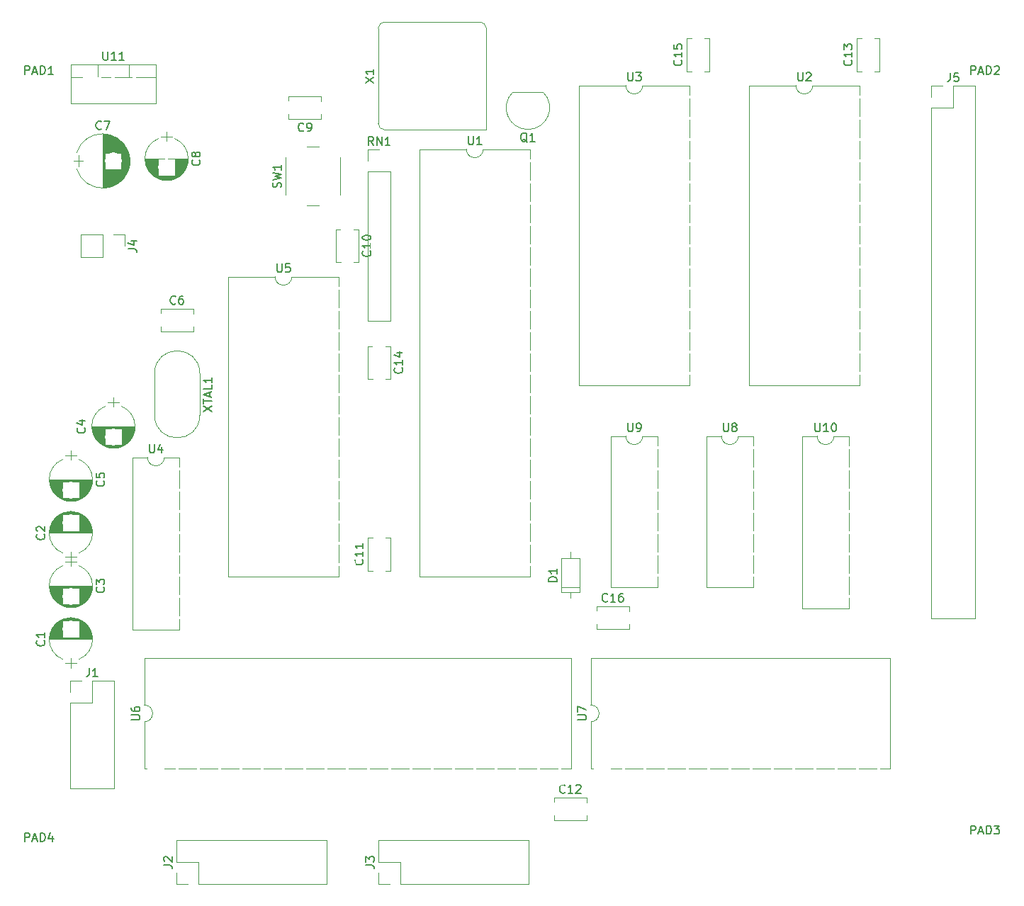
<source format=gbr>
G04 #@! TF.FileFunction,Legend,Top*
%FSLAX46Y46*%
G04 Gerber Fmt 4.6, Leading zero omitted, Abs format (unit mm)*
G04 Created by KiCad (PCBNEW 4.0.6-e0-6349~53~ubuntu16.04.1) date Mon Apr  3 23:13:33 2017*
%MOMM*%
%LPD*%
G01*
G04 APERTURE LIST*
%ADD10C,0.100000*%
%ADD11C,0.120000*%
%ADD12C,0.150000*%
%ADD13R,2.000000X2.000000*%
%ADD14C,2.000000*%
%ADD15O,2.000000X2.000000*%
%ADD16R,2.100000X2.100000*%
%ADD17O,2.100000X2.100000*%
%ADD18O,1.300000X1.900000*%
%ADD19R,1.300000X1.900000*%
%ADD20C,2.400000*%
%ADD21R,2.200000X2.200000*%
%ADD22O,2.200000X2.200000*%
%ADD23C,1.900000*%
%ADD24C,6.800000*%
G04 APERTURE END LIST*
D10*
D11*
X91728600Y-110653137D02*
G75*
G03X91730000Y-115447436I981400J-2396863D01*
G01*
X93691400Y-110653137D02*
G75*
G02X93690000Y-115447436I-981400J-2396863D01*
G01*
X93691400Y-110653137D02*
G75*
G03X91730000Y-110652564I-981400J-2396863D01*
G01*
X90160000Y-113050000D02*
X95260000Y-113050000D01*
X90160000Y-113010000D02*
X95260000Y-113010000D01*
X90161000Y-112970000D02*
X95259000Y-112970000D01*
X90162000Y-112930000D02*
X95258000Y-112930000D01*
X90164000Y-112890000D02*
X95256000Y-112890000D01*
X90167000Y-112850000D02*
X95253000Y-112850000D01*
X90171000Y-112810000D02*
X95249000Y-112810000D01*
X90175000Y-112770000D02*
X91730000Y-112770000D01*
X93690000Y-112770000D02*
X95245000Y-112770000D01*
X90179000Y-112730000D02*
X91730000Y-112730000D01*
X93690000Y-112730000D02*
X95241000Y-112730000D01*
X90185000Y-112690000D02*
X91730000Y-112690000D01*
X93690000Y-112690000D02*
X95235000Y-112690000D01*
X90191000Y-112650000D02*
X91730000Y-112650000D01*
X93690000Y-112650000D02*
X95229000Y-112650000D01*
X90197000Y-112610000D02*
X91730000Y-112610000D01*
X93690000Y-112610000D02*
X95223000Y-112610000D01*
X90204000Y-112570000D02*
X91730000Y-112570000D01*
X93690000Y-112570000D02*
X95216000Y-112570000D01*
X90212000Y-112530000D02*
X91730000Y-112530000D01*
X93690000Y-112530000D02*
X95208000Y-112530000D01*
X90221000Y-112490000D02*
X91730000Y-112490000D01*
X93690000Y-112490000D02*
X95199000Y-112490000D01*
X90230000Y-112450000D02*
X91730000Y-112450000D01*
X93690000Y-112450000D02*
X95190000Y-112450000D01*
X90240000Y-112410000D02*
X91730000Y-112410000D01*
X93690000Y-112410000D02*
X95180000Y-112410000D01*
X90250000Y-112370000D02*
X91730000Y-112370000D01*
X93690000Y-112370000D02*
X95170000Y-112370000D01*
X90262000Y-112329000D02*
X91730000Y-112329000D01*
X93690000Y-112329000D02*
X95158000Y-112329000D01*
X90274000Y-112289000D02*
X91730000Y-112289000D01*
X93690000Y-112289000D02*
X95146000Y-112289000D01*
X90286000Y-112249000D02*
X91730000Y-112249000D01*
X93690000Y-112249000D02*
X95134000Y-112249000D01*
X90300000Y-112209000D02*
X91730000Y-112209000D01*
X93690000Y-112209000D02*
X95120000Y-112209000D01*
X90314000Y-112169000D02*
X91730000Y-112169000D01*
X93690000Y-112169000D02*
X95106000Y-112169000D01*
X90328000Y-112129000D02*
X91730000Y-112129000D01*
X93690000Y-112129000D02*
X95092000Y-112129000D01*
X90344000Y-112089000D02*
X91730000Y-112089000D01*
X93690000Y-112089000D02*
X95076000Y-112089000D01*
X90360000Y-112049000D02*
X91730000Y-112049000D01*
X93690000Y-112049000D02*
X95060000Y-112049000D01*
X90377000Y-112009000D02*
X91730000Y-112009000D01*
X93690000Y-112009000D02*
X95043000Y-112009000D01*
X90395000Y-111969000D02*
X91730000Y-111969000D01*
X93690000Y-111969000D02*
X95025000Y-111969000D01*
X90414000Y-111929000D02*
X91730000Y-111929000D01*
X93690000Y-111929000D02*
X95006000Y-111929000D01*
X90434000Y-111889000D02*
X91730000Y-111889000D01*
X93690000Y-111889000D02*
X94986000Y-111889000D01*
X90454000Y-111849000D02*
X91730000Y-111849000D01*
X93690000Y-111849000D02*
X94966000Y-111849000D01*
X90476000Y-111809000D02*
X91730000Y-111809000D01*
X93690000Y-111809000D02*
X94944000Y-111809000D01*
X90498000Y-111769000D02*
X91730000Y-111769000D01*
X93690000Y-111769000D02*
X94922000Y-111769000D01*
X90521000Y-111729000D02*
X91730000Y-111729000D01*
X93690000Y-111729000D02*
X94899000Y-111729000D01*
X90545000Y-111689000D02*
X91730000Y-111689000D01*
X93690000Y-111689000D02*
X94875000Y-111689000D01*
X90570000Y-111649000D02*
X91730000Y-111649000D01*
X93690000Y-111649000D02*
X94850000Y-111649000D01*
X90597000Y-111609000D02*
X91730000Y-111609000D01*
X93690000Y-111609000D02*
X94823000Y-111609000D01*
X90624000Y-111569000D02*
X91730000Y-111569000D01*
X93690000Y-111569000D02*
X94796000Y-111569000D01*
X90652000Y-111529000D02*
X91730000Y-111529000D01*
X93690000Y-111529000D02*
X94768000Y-111529000D01*
X90682000Y-111489000D02*
X91730000Y-111489000D01*
X93690000Y-111489000D02*
X94738000Y-111489000D01*
X90713000Y-111449000D02*
X91730000Y-111449000D01*
X93690000Y-111449000D02*
X94707000Y-111449000D01*
X90745000Y-111409000D02*
X91730000Y-111409000D01*
X93690000Y-111409000D02*
X94675000Y-111409000D01*
X90778000Y-111369000D02*
X91730000Y-111369000D01*
X93690000Y-111369000D02*
X94642000Y-111369000D01*
X90813000Y-111329000D02*
X91730000Y-111329000D01*
X93690000Y-111329000D02*
X94607000Y-111329000D01*
X90849000Y-111289000D02*
X91730000Y-111289000D01*
X93690000Y-111289000D02*
X94571000Y-111289000D01*
X90887000Y-111249000D02*
X91730000Y-111249000D01*
X93690000Y-111249000D02*
X94533000Y-111249000D01*
X90927000Y-111209000D02*
X91730000Y-111209000D01*
X93690000Y-111209000D02*
X94493000Y-111209000D01*
X90968000Y-111169000D02*
X91730000Y-111169000D01*
X93690000Y-111169000D02*
X94452000Y-111169000D01*
X91011000Y-111129000D02*
X91730000Y-111129000D01*
X93690000Y-111129000D02*
X94409000Y-111129000D01*
X91056000Y-111089000D02*
X91730000Y-111089000D01*
X93690000Y-111089000D02*
X94364000Y-111089000D01*
X91104000Y-111049000D02*
X91730000Y-111049000D01*
X93690000Y-111049000D02*
X94316000Y-111049000D01*
X91154000Y-111009000D02*
X91730000Y-111009000D01*
X93690000Y-111009000D02*
X94266000Y-111009000D01*
X91206000Y-110969000D02*
X91730000Y-110969000D01*
X93690000Y-110969000D02*
X94214000Y-110969000D01*
X91262000Y-110929000D02*
X91730000Y-110929000D01*
X93690000Y-110929000D02*
X94158000Y-110929000D01*
X91320000Y-110889000D02*
X91730000Y-110889000D01*
X93690000Y-110889000D02*
X94100000Y-110889000D01*
X91383000Y-110849000D02*
X91730000Y-110849000D01*
X93690000Y-110849000D02*
X94037000Y-110849000D01*
X91449000Y-110809000D02*
X93971000Y-110809000D01*
X91521000Y-110769000D02*
X93899000Y-110769000D01*
X91598000Y-110729000D02*
X93822000Y-110729000D01*
X91682000Y-110689000D02*
X93738000Y-110689000D01*
X91776000Y-110649000D02*
X93644000Y-110649000D01*
X91881000Y-110609000D02*
X93539000Y-110609000D01*
X92003000Y-110569000D02*
X93417000Y-110569000D01*
X92151000Y-110529000D02*
X93269000Y-110529000D01*
X92356000Y-110489000D02*
X93064000Y-110489000D01*
X92710000Y-116500000D02*
X92710000Y-115300000D01*
X92060000Y-115900000D02*
X93360000Y-115900000D01*
X91728600Y-97953137D02*
G75*
G03X91730000Y-102747436I981400J-2396863D01*
G01*
X93691400Y-97953137D02*
G75*
G02X93690000Y-102747436I-981400J-2396863D01*
G01*
X93691400Y-97953137D02*
G75*
G03X91730000Y-97952564I-981400J-2396863D01*
G01*
X90160000Y-100350000D02*
X95260000Y-100350000D01*
X90160000Y-100310000D02*
X95260000Y-100310000D01*
X90161000Y-100270000D02*
X95259000Y-100270000D01*
X90162000Y-100230000D02*
X95258000Y-100230000D01*
X90164000Y-100190000D02*
X95256000Y-100190000D01*
X90167000Y-100150000D02*
X95253000Y-100150000D01*
X90171000Y-100110000D02*
X95249000Y-100110000D01*
X90175000Y-100070000D02*
X91730000Y-100070000D01*
X93690000Y-100070000D02*
X95245000Y-100070000D01*
X90179000Y-100030000D02*
X91730000Y-100030000D01*
X93690000Y-100030000D02*
X95241000Y-100030000D01*
X90185000Y-99990000D02*
X91730000Y-99990000D01*
X93690000Y-99990000D02*
X95235000Y-99990000D01*
X90191000Y-99950000D02*
X91730000Y-99950000D01*
X93690000Y-99950000D02*
X95229000Y-99950000D01*
X90197000Y-99910000D02*
X91730000Y-99910000D01*
X93690000Y-99910000D02*
X95223000Y-99910000D01*
X90204000Y-99870000D02*
X91730000Y-99870000D01*
X93690000Y-99870000D02*
X95216000Y-99870000D01*
X90212000Y-99830000D02*
X91730000Y-99830000D01*
X93690000Y-99830000D02*
X95208000Y-99830000D01*
X90221000Y-99790000D02*
X91730000Y-99790000D01*
X93690000Y-99790000D02*
X95199000Y-99790000D01*
X90230000Y-99750000D02*
X91730000Y-99750000D01*
X93690000Y-99750000D02*
X95190000Y-99750000D01*
X90240000Y-99710000D02*
X91730000Y-99710000D01*
X93690000Y-99710000D02*
X95180000Y-99710000D01*
X90250000Y-99670000D02*
X91730000Y-99670000D01*
X93690000Y-99670000D02*
X95170000Y-99670000D01*
X90262000Y-99629000D02*
X91730000Y-99629000D01*
X93690000Y-99629000D02*
X95158000Y-99629000D01*
X90274000Y-99589000D02*
X91730000Y-99589000D01*
X93690000Y-99589000D02*
X95146000Y-99589000D01*
X90286000Y-99549000D02*
X91730000Y-99549000D01*
X93690000Y-99549000D02*
X95134000Y-99549000D01*
X90300000Y-99509000D02*
X91730000Y-99509000D01*
X93690000Y-99509000D02*
X95120000Y-99509000D01*
X90314000Y-99469000D02*
X91730000Y-99469000D01*
X93690000Y-99469000D02*
X95106000Y-99469000D01*
X90328000Y-99429000D02*
X91730000Y-99429000D01*
X93690000Y-99429000D02*
X95092000Y-99429000D01*
X90344000Y-99389000D02*
X91730000Y-99389000D01*
X93690000Y-99389000D02*
X95076000Y-99389000D01*
X90360000Y-99349000D02*
X91730000Y-99349000D01*
X93690000Y-99349000D02*
X95060000Y-99349000D01*
X90377000Y-99309000D02*
X91730000Y-99309000D01*
X93690000Y-99309000D02*
X95043000Y-99309000D01*
X90395000Y-99269000D02*
X91730000Y-99269000D01*
X93690000Y-99269000D02*
X95025000Y-99269000D01*
X90414000Y-99229000D02*
X91730000Y-99229000D01*
X93690000Y-99229000D02*
X95006000Y-99229000D01*
X90434000Y-99189000D02*
X91730000Y-99189000D01*
X93690000Y-99189000D02*
X94986000Y-99189000D01*
X90454000Y-99149000D02*
X91730000Y-99149000D01*
X93690000Y-99149000D02*
X94966000Y-99149000D01*
X90476000Y-99109000D02*
X91730000Y-99109000D01*
X93690000Y-99109000D02*
X94944000Y-99109000D01*
X90498000Y-99069000D02*
X91730000Y-99069000D01*
X93690000Y-99069000D02*
X94922000Y-99069000D01*
X90521000Y-99029000D02*
X91730000Y-99029000D01*
X93690000Y-99029000D02*
X94899000Y-99029000D01*
X90545000Y-98989000D02*
X91730000Y-98989000D01*
X93690000Y-98989000D02*
X94875000Y-98989000D01*
X90570000Y-98949000D02*
X91730000Y-98949000D01*
X93690000Y-98949000D02*
X94850000Y-98949000D01*
X90597000Y-98909000D02*
X91730000Y-98909000D01*
X93690000Y-98909000D02*
X94823000Y-98909000D01*
X90624000Y-98869000D02*
X91730000Y-98869000D01*
X93690000Y-98869000D02*
X94796000Y-98869000D01*
X90652000Y-98829000D02*
X91730000Y-98829000D01*
X93690000Y-98829000D02*
X94768000Y-98829000D01*
X90682000Y-98789000D02*
X91730000Y-98789000D01*
X93690000Y-98789000D02*
X94738000Y-98789000D01*
X90713000Y-98749000D02*
X91730000Y-98749000D01*
X93690000Y-98749000D02*
X94707000Y-98749000D01*
X90745000Y-98709000D02*
X91730000Y-98709000D01*
X93690000Y-98709000D02*
X94675000Y-98709000D01*
X90778000Y-98669000D02*
X91730000Y-98669000D01*
X93690000Y-98669000D02*
X94642000Y-98669000D01*
X90813000Y-98629000D02*
X91730000Y-98629000D01*
X93690000Y-98629000D02*
X94607000Y-98629000D01*
X90849000Y-98589000D02*
X91730000Y-98589000D01*
X93690000Y-98589000D02*
X94571000Y-98589000D01*
X90887000Y-98549000D02*
X91730000Y-98549000D01*
X93690000Y-98549000D02*
X94533000Y-98549000D01*
X90927000Y-98509000D02*
X91730000Y-98509000D01*
X93690000Y-98509000D02*
X94493000Y-98509000D01*
X90968000Y-98469000D02*
X91730000Y-98469000D01*
X93690000Y-98469000D02*
X94452000Y-98469000D01*
X91011000Y-98429000D02*
X91730000Y-98429000D01*
X93690000Y-98429000D02*
X94409000Y-98429000D01*
X91056000Y-98389000D02*
X91730000Y-98389000D01*
X93690000Y-98389000D02*
X94364000Y-98389000D01*
X91104000Y-98349000D02*
X91730000Y-98349000D01*
X93690000Y-98349000D02*
X94316000Y-98349000D01*
X91154000Y-98309000D02*
X91730000Y-98309000D01*
X93690000Y-98309000D02*
X94266000Y-98309000D01*
X91206000Y-98269000D02*
X91730000Y-98269000D01*
X93690000Y-98269000D02*
X94214000Y-98269000D01*
X91262000Y-98229000D02*
X91730000Y-98229000D01*
X93690000Y-98229000D02*
X94158000Y-98229000D01*
X91320000Y-98189000D02*
X91730000Y-98189000D01*
X93690000Y-98189000D02*
X94100000Y-98189000D01*
X91383000Y-98149000D02*
X91730000Y-98149000D01*
X93690000Y-98149000D02*
X94037000Y-98149000D01*
X91449000Y-98109000D02*
X93971000Y-98109000D01*
X91521000Y-98069000D02*
X93899000Y-98069000D01*
X91598000Y-98029000D02*
X93822000Y-98029000D01*
X91682000Y-97989000D02*
X93738000Y-97989000D01*
X91776000Y-97949000D02*
X93644000Y-97949000D01*
X91881000Y-97909000D02*
X93539000Y-97909000D01*
X92003000Y-97869000D02*
X93417000Y-97869000D01*
X92151000Y-97829000D02*
X93269000Y-97829000D01*
X92356000Y-97789000D02*
X93064000Y-97789000D01*
X92710000Y-103800000D02*
X92710000Y-102600000D01*
X92060000Y-103200000D02*
X93360000Y-103200000D01*
X93691400Y-109056863D02*
G75*
G03X93690000Y-104262564I-981400J2396863D01*
G01*
X91728600Y-109056863D02*
G75*
G02X91730000Y-104262564I981400J2396863D01*
G01*
X91728600Y-109056863D02*
G75*
G03X93690000Y-109057436I981400J2396863D01*
G01*
X95260000Y-106660000D02*
X90160000Y-106660000D01*
X95260000Y-106700000D02*
X90160000Y-106700000D01*
X95259000Y-106740000D02*
X90161000Y-106740000D01*
X95258000Y-106780000D02*
X90162000Y-106780000D01*
X95256000Y-106820000D02*
X90164000Y-106820000D01*
X95253000Y-106860000D02*
X90167000Y-106860000D01*
X95249000Y-106900000D02*
X90171000Y-106900000D01*
X95245000Y-106940000D02*
X93690000Y-106940000D01*
X91730000Y-106940000D02*
X90175000Y-106940000D01*
X95241000Y-106980000D02*
X93690000Y-106980000D01*
X91730000Y-106980000D02*
X90179000Y-106980000D01*
X95235000Y-107020000D02*
X93690000Y-107020000D01*
X91730000Y-107020000D02*
X90185000Y-107020000D01*
X95229000Y-107060000D02*
X93690000Y-107060000D01*
X91730000Y-107060000D02*
X90191000Y-107060000D01*
X95223000Y-107100000D02*
X93690000Y-107100000D01*
X91730000Y-107100000D02*
X90197000Y-107100000D01*
X95216000Y-107140000D02*
X93690000Y-107140000D01*
X91730000Y-107140000D02*
X90204000Y-107140000D01*
X95208000Y-107180000D02*
X93690000Y-107180000D01*
X91730000Y-107180000D02*
X90212000Y-107180000D01*
X95199000Y-107220000D02*
X93690000Y-107220000D01*
X91730000Y-107220000D02*
X90221000Y-107220000D01*
X95190000Y-107260000D02*
X93690000Y-107260000D01*
X91730000Y-107260000D02*
X90230000Y-107260000D01*
X95180000Y-107300000D02*
X93690000Y-107300000D01*
X91730000Y-107300000D02*
X90240000Y-107300000D01*
X95170000Y-107340000D02*
X93690000Y-107340000D01*
X91730000Y-107340000D02*
X90250000Y-107340000D01*
X95158000Y-107381000D02*
X93690000Y-107381000D01*
X91730000Y-107381000D02*
X90262000Y-107381000D01*
X95146000Y-107421000D02*
X93690000Y-107421000D01*
X91730000Y-107421000D02*
X90274000Y-107421000D01*
X95134000Y-107461000D02*
X93690000Y-107461000D01*
X91730000Y-107461000D02*
X90286000Y-107461000D01*
X95120000Y-107501000D02*
X93690000Y-107501000D01*
X91730000Y-107501000D02*
X90300000Y-107501000D01*
X95106000Y-107541000D02*
X93690000Y-107541000D01*
X91730000Y-107541000D02*
X90314000Y-107541000D01*
X95092000Y-107581000D02*
X93690000Y-107581000D01*
X91730000Y-107581000D02*
X90328000Y-107581000D01*
X95076000Y-107621000D02*
X93690000Y-107621000D01*
X91730000Y-107621000D02*
X90344000Y-107621000D01*
X95060000Y-107661000D02*
X93690000Y-107661000D01*
X91730000Y-107661000D02*
X90360000Y-107661000D01*
X95043000Y-107701000D02*
X93690000Y-107701000D01*
X91730000Y-107701000D02*
X90377000Y-107701000D01*
X95025000Y-107741000D02*
X93690000Y-107741000D01*
X91730000Y-107741000D02*
X90395000Y-107741000D01*
X95006000Y-107781000D02*
X93690000Y-107781000D01*
X91730000Y-107781000D02*
X90414000Y-107781000D01*
X94986000Y-107821000D02*
X93690000Y-107821000D01*
X91730000Y-107821000D02*
X90434000Y-107821000D01*
X94966000Y-107861000D02*
X93690000Y-107861000D01*
X91730000Y-107861000D02*
X90454000Y-107861000D01*
X94944000Y-107901000D02*
X93690000Y-107901000D01*
X91730000Y-107901000D02*
X90476000Y-107901000D01*
X94922000Y-107941000D02*
X93690000Y-107941000D01*
X91730000Y-107941000D02*
X90498000Y-107941000D01*
X94899000Y-107981000D02*
X93690000Y-107981000D01*
X91730000Y-107981000D02*
X90521000Y-107981000D01*
X94875000Y-108021000D02*
X93690000Y-108021000D01*
X91730000Y-108021000D02*
X90545000Y-108021000D01*
X94850000Y-108061000D02*
X93690000Y-108061000D01*
X91730000Y-108061000D02*
X90570000Y-108061000D01*
X94823000Y-108101000D02*
X93690000Y-108101000D01*
X91730000Y-108101000D02*
X90597000Y-108101000D01*
X94796000Y-108141000D02*
X93690000Y-108141000D01*
X91730000Y-108141000D02*
X90624000Y-108141000D01*
X94768000Y-108181000D02*
X93690000Y-108181000D01*
X91730000Y-108181000D02*
X90652000Y-108181000D01*
X94738000Y-108221000D02*
X93690000Y-108221000D01*
X91730000Y-108221000D02*
X90682000Y-108221000D01*
X94707000Y-108261000D02*
X93690000Y-108261000D01*
X91730000Y-108261000D02*
X90713000Y-108261000D01*
X94675000Y-108301000D02*
X93690000Y-108301000D01*
X91730000Y-108301000D02*
X90745000Y-108301000D01*
X94642000Y-108341000D02*
X93690000Y-108341000D01*
X91730000Y-108341000D02*
X90778000Y-108341000D01*
X94607000Y-108381000D02*
X93690000Y-108381000D01*
X91730000Y-108381000D02*
X90813000Y-108381000D01*
X94571000Y-108421000D02*
X93690000Y-108421000D01*
X91730000Y-108421000D02*
X90849000Y-108421000D01*
X94533000Y-108461000D02*
X93690000Y-108461000D01*
X91730000Y-108461000D02*
X90887000Y-108461000D01*
X94493000Y-108501000D02*
X93690000Y-108501000D01*
X91730000Y-108501000D02*
X90927000Y-108501000D01*
X94452000Y-108541000D02*
X93690000Y-108541000D01*
X91730000Y-108541000D02*
X90968000Y-108541000D01*
X94409000Y-108581000D02*
X93690000Y-108581000D01*
X91730000Y-108581000D02*
X91011000Y-108581000D01*
X94364000Y-108621000D02*
X93690000Y-108621000D01*
X91730000Y-108621000D02*
X91056000Y-108621000D01*
X94316000Y-108661000D02*
X93690000Y-108661000D01*
X91730000Y-108661000D02*
X91104000Y-108661000D01*
X94266000Y-108701000D02*
X93690000Y-108701000D01*
X91730000Y-108701000D02*
X91154000Y-108701000D01*
X94214000Y-108741000D02*
X93690000Y-108741000D01*
X91730000Y-108741000D02*
X91206000Y-108741000D01*
X94158000Y-108781000D02*
X93690000Y-108781000D01*
X91730000Y-108781000D02*
X91262000Y-108781000D01*
X94100000Y-108821000D02*
X93690000Y-108821000D01*
X91730000Y-108821000D02*
X91320000Y-108821000D01*
X94037000Y-108861000D02*
X93690000Y-108861000D01*
X91730000Y-108861000D02*
X91383000Y-108861000D01*
X93971000Y-108901000D02*
X91449000Y-108901000D01*
X93899000Y-108941000D02*
X91521000Y-108941000D01*
X93822000Y-108981000D02*
X91598000Y-108981000D01*
X93738000Y-109021000D02*
X91682000Y-109021000D01*
X93644000Y-109061000D02*
X91776000Y-109061000D01*
X93539000Y-109101000D02*
X91881000Y-109101000D01*
X93417000Y-109141000D02*
X92003000Y-109141000D01*
X93269000Y-109181000D02*
X92151000Y-109181000D01*
X93064000Y-109221000D02*
X92356000Y-109221000D01*
X92710000Y-103210000D02*
X92710000Y-104410000D01*
X93360000Y-103810000D02*
X92060000Y-103810000D01*
X98771400Y-90006863D02*
G75*
G03X98770000Y-85212564I-981400J2396863D01*
G01*
X96808600Y-90006863D02*
G75*
G02X96810000Y-85212564I981400J2396863D01*
G01*
X96808600Y-90006863D02*
G75*
G03X98770000Y-90007436I981400J2396863D01*
G01*
X100340000Y-87610000D02*
X95240000Y-87610000D01*
X100340000Y-87650000D02*
X95240000Y-87650000D01*
X100339000Y-87690000D02*
X95241000Y-87690000D01*
X100338000Y-87730000D02*
X95242000Y-87730000D01*
X100336000Y-87770000D02*
X95244000Y-87770000D01*
X100333000Y-87810000D02*
X95247000Y-87810000D01*
X100329000Y-87850000D02*
X95251000Y-87850000D01*
X100325000Y-87890000D02*
X98770000Y-87890000D01*
X96810000Y-87890000D02*
X95255000Y-87890000D01*
X100321000Y-87930000D02*
X98770000Y-87930000D01*
X96810000Y-87930000D02*
X95259000Y-87930000D01*
X100315000Y-87970000D02*
X98770000Y-87970000D01*
X96810000Y-87970000D02*
X95265000Y-87970000D01*
X100309000Y-88010000D02*
X98770000Y-88010000D01*
X96810000Y-88010000D02*
X95271000Y-88010000D01*
X100303000Y-88050000D02*
X98770000Y-88050000D01*
X96810000Y-88050000D02*
X95277000Y-88050000D01*
X100296000Y-88090000D02*
X98770000Y-88090000D01*
X96810000Y-88090000D02*
X95284000Y-88090000D01*
X100288000Y-88130000D02*
X98770000Y-88130000D01*
X96810000Y-88130000D02*
X95292000Y-88130000D01*
X100279000Y-88170000D02*
X98770000Y-88170000D01*
X96810000Y-88170000D02*
X95301000Y-88170000D01*
X100270000Y-88210000D02*
X98770000Y-88210000D01*
X96810000Y-88210000D02*
X95310000Y-88210000D01*
X100260000Y-88250000D02*
X98770000Y-88250000D01*
X96810000Y-88250000D02*
X95320000Y-88250000D01*
X100250000Y-88290000D02*
X98770000Y-88290000D01*
X96810000Y-88290000D02*
X95330000Y-88290000D01*
X100238000Y-88331000D02*
X98770000Y-88331000D01*
X96810000Y-88331000D02*
X95342000Y-88331000D01*
X100226000Y-88371000D02*
X98770000Y-88371000D01*
X96810000Y-88371000D02*
X95354000Y-88371000D01*
X100214000Y-88411000D02*
X98770000Y-88411000D01*
X96810000Y-88411000D02*
X95366000Y-88411000D01*
X100200000Y-88451000D02*
X98770000Y-88451000D01*
X96810000Y-88451000D02*
X95380000Y-88451000D01*
X100186000Y-88491000D02*
X98770000Y-88491000D01*
X96810000Y-88491000D02*
X95394000Y-88491000D01*
X100172000Y-88531000D02*
X98770000Y-88531000D01*
X96810000Y-88531000D02*
X95408000Y-88531000D01*
X100156000Y-88571000D02*
X98770000Y-88571000D01*
X96810000Y-88571000D02*
X95424000Y-88571000D01*
X100140000Y-88611000D02*
X98770000Y-88611000D01*
X96810000Y-88611000D02*
X95440000Y-88611000D01*
X100123000Y-88651000D02*
X98770000Y-88651000D01*
X96810000Y-88651000D02*
X95457000Y-88651000D01*
X100105000Y-88691000D02*
X98770000Y-88691000D01*
X96810000Y-88691000D02*
X95475000Y-88691000D01*
X100086000Y-88731000D02*
X98770000Y-88731000D01*
X96810000Y-88731000D02*
X95494000Y-88731000D01*
X100066000Y-88771000D02*
X98770000Y-88771000D01*
X96810000Y-88771000D02*
X95514000Y-88771000D01*
X100046000Y-88811000D02*
X98770000Y-88811000D01*
X96810000Y-88811000D02*
X95534000Y-88811000D01*
X100024000Y-88851000D02*
X98770000Y-88851000D01*
X96810000Y-88851000D02*
X95556000Y-88851000D01*
X100002000Y-88891000D02*
X98770000Y-88891000D01*
X96810000Y-88891000D02*
X95578000Y-88891000D01*
X99979000Y-88931000D02*
X98770000Y-88931000D01*
X96810000Y-88931000D02*
X95601000Y-88931000D01*
X99955000Y-88971000D02*
X98770000Y-88971000D01*
X96810000Y-88971000D02*
X95625000Y-88971000D01*
X99930000Y-89011000D02*
X98770000Y-89011000D01*
X96810000Y-89011000D02*
X95650000Y-89011000D01*
X99903000Y-89051000D02*
X98770000Y-89051000D01*
X96810000Y-89051000D02*
X95677000Y-89051000D01*
X99876000Y-89091000D02*
X98770000Y-89091000D01*
X96810000Y-89091000D02*
X95704000Y-89091000D01*
X99848000Y-89131000D02*
X98770000Y-89131000D01*
X96810000Y-89131000D02*
X95732000Y-89131000D01*
X99818000Y-89171000D02*
X98770000Y-89171000D01*
X96810000Y-89171000D02*
X95762000Y-89171000D01*
X99787000Y-89211000D02*
X98770000Y-89211000D01*
X96810000Y-89211000D02*
X95793000Y-89211000D01*
X99755000Y-89251000D02*
X98770000Y-89251000D01*
X96810000Y-89251000D02*
X95825000Y-89251000D01*
X99722000Y-89291000D02*
X98770000Y-89291000D01*
X96810000Y-89291000D02*
X95858000Y-89291000D01*
X99687000Y-89331000D02*
X98770000Y-89331000D01*
X96810000Y-89331000D02*
X95893000Y-89331000D01*
X99651000Y-89371000D02*
X98770000Y-89371000D01*
X96810000Y-89371000D02*
X95929000Y-89371000D01*
X99613000Y-89411000D02*
X98770000Y-89411000D01*
X96810000Y-89411000D02*
X95967000Y-89411000D01*
X99573000Y-89451000D02*
X98770000Y-89451000D01*
X96810000Y-89451000D02*
X96007000Y-89451000D01*
X99532000Y-89491000D02*
X98770000Y-89491000D01*
X96810000Y-89491000D02*
X96048000Y-89491000D01*
X99489000Y-89531000D02*
X98770000Y-89531000D01*
X96810000Y-89531000D02*
X96091000Y-89531000D01*
X99444000Y-89571000D02*
X98770000Y-89571000D01*
X96810000Y-89571000D02*
X96136000Y-89571000D01*
X99396000Y-89611000D02*
X98770000Y-89611000D01*
X96810000Y-89611000D02*
X96184000Y-89611000D01*
X99346000Y-89651000D02*
X98770000Y-89651000D01*
X96810000Y-89651000D02*
X96234000Y-89651000D01*
X99294000Y-89691000D02*
X98770000Y-89691000D01*
X96810000Y-89691000D02*
X96286000Y-89691000D01*
X99238000Y-89731000D02*
X98770000Y-89731000D01*
X96810000Y-89731000D02*
X96342000Y-89731000D01*
X99180000Y-89771000D02*
X98770000Y-89771000D01*
X96810000Y-89771000D02*
X96400000Y-89771000D01*
X99117000Y-89811000D02*
X98770000Y-89811000D01*
X96810000Y-89811000D02*
X96463000Y-89811000D01*
X99051000Y-89851000D02*
X96529000Y-89851000D01*
X98979000Y-89891000D02*
X96601000Y-89891000D01*
X98902000Y-89931000D02*
X96678000Y-89931000D01*
X98818000Y-89971000D02*
X96762000Y-89971000D01*
X98724000Y-90011000D02*
X96856000Y-90011000D01*
X98619000Y-90051000D02*
X96961000Y-90051000D01*
X98497000Y-90091000D02*
X97083000Y-90091000D01*
X98349000Y-90131000D02*
X97231000Y-90131000D01*
X98144000Y-90171000D02*
X97436000Y-90171000D01*
X97790000Y-84160000D02*
X97790000Y-85360000D01*
X98440000Y-84760000D02*
X97140000Y-84760000D01*
X93691400Y-96356863D02*
G75*
G03X93690000Y-91562564I-981400J2396863D01*
G01*
X91728600Y-96356863D02*
G75*
G02X91730000Y-91562564I981400J2396863D01*
G01*
X91728600Y-96356863D02*
G75*
G03X93690000Y-96357436I981400J2396863D01*
G01*
X95260000Y-93960000D02*
X90160000Y-93960000D01*
X95260000Y-94000000D02*
X90160000Y-94000000D01*
X95259000Y-94040000D02*
X90161000Y-94040000D01*
X95258000Y-94080000D02*
X90162000Y-94080000D01*
X95256000Y-94120000D02*
X90164000Y-94120000D01*
X95253000Y-94160000D02*
X90167000Y-94160000D01*
X95249000Y-94200000D02*
X90171000Y-94200000D01*
X95245000Y-94240000D02*
X93690000Y-94240000D01*
X91730000Y-94240000D02*
X90175000Y-94240000D01*
X95241000Y-94280000D02*
X93690000Y-94280000D01*
X91730000Y-94280000D02*
X90179000Y-94280000D01*
X95235000Y-94320000D02*
X93690000Y-94320000D01*
X91730000Y-94320000D02*
X90185000Y-94320000D01*
X95229000Y-94360000D02*
X93690000Y-94360000D01*
X91730000Y-94360000D02*
X90191000Y-94360000D01*
X95223000Y-94400000D02*
X93690000Y-94400000D01*
X91730000Y-94400000D02*
X90197000Y-94400000D01*
X95216000Y-94440000D02*
X93690000Y-94440000D01*
X91730000Y-94440000D02*
X90204000Y-94440000D01*
X95208000Y-94480000D02*
X93690000Y-94480000D01*
X91730000Y-94480000D02*
X90212000Y-94480000D01*
X95199000Y-94520000D02*
X93690000Y-94520000D01*
X91730000Y-94520000D02*
X90221000Y-94520000D01*
X95190000Y-94560000D02*
X93690000Y-94560000D01*
X91730000Y-94560000D02*
X90230000Y-94560000D01*
X95180000Y-94600000D02*
X93690000Y-94600000D01*
X91730000Y-94600000D02*
X90240000Y-94600000D01*
X95170000Y-94640000D02*
X93690000Y-94640000D01*
X91730000Y-94640000D02*
X90250000Y-94640000D01*
X95158000Y-94681000D02*
X93690000Y-94681000D01*
X91730000Y-94681000D02*
X90262000Y-94681000D01*
X95146000Y-94721000D02*
X93690000Y-94721000D01*
X91730000Y-94721000D02*
X90274000Y-94721000D01*
X95134000Y-94761000D02*
X93690000Y-94761000D01*
X91730000Y-94761000D02*
X90286000Y-94761000D01*
X95120000Y-94801000D02*
X93690000Y-94801000D01*
X91730000Y-94801000D02*
X90300000Y-94801000D01*
X95106000Y-94841000D02*
X93690000Y-94841000D01*
X91730000Y-94841000D02*
X90314000Y-94841000D01*
X95092000Y-94881000D02*
X93690000Y-94881000D01*
X91730000Y-94881000D02*
X90328000Y-94881000D01*
X95076000Y-94921000D02*
X93690000Y-94921000D01*
X91730000Y-94921000D02*
X90344000Y-94921000D01*
X95060000Y-94961000D02*
X93690000Y-94961000D01*
X91730000Y-94961000D02*
X90360000Y-94961000D01*
X95043000Y-95001000D02*
X93690000Y-95001000D01*
X91730000Y-95001000D02*
X90377000Y-95001000D01*
X95025000Y-95041000D02*
X93690000Y-95041000D01*
X91730000Y-95041000D02*
X90395000Y-95041000D01*
X95006000Y-95081000D02*
X93690000Y-95081000D01*
X91730000Y-95081000D02*
X90414000Y-95081000D01*
X94986000Y-95121000D02*
X93690000Y-95121000D01*
X91730000Y-95121000D02*
X90434000Y-95121000D01*
X94966000Y-95161000D02*
X93690000Y-95161000D01*
X91730000Y-95161000D02*
X90454000Y-95161000D01*
X94944000Y-95201000D02*
X93690000Y-95201000D01*
X91730000Y-95201000D02*
X90476000Y-95201000D01*
X94922000Y-95241000D02*
X93690000Y-95241000D01*
X91730000Y-95241000D02*
X90498000Y-95241000D01*
X94899000Y-95281000D02*
X93690000Y-95281000D01*
X91730000Y-95281000D02*
X90521000Y-95281000D01*
X94875000Y-95321000D02*
X93690000Y-95321000D01*
X91730000Y-95321000D02*
X90545000Y-95321000D01*
X94850000Y-95361000D02*
X93690000Y-95361000D01*
X91730000Y-95361000D02*
X90570000Y-95361000D01*
X94823000Y-95401000D02*
X93690000Y-95401000D01*
X91730000Y-95401000D02*
X90597000Y-95401000D01*
X94796000Y-95441000D02*
X93690000Y-95441000D01*
X91730000Y-95441000D02*
X90624000Y-95441000D01*
X94768000Y-95481000D02*
X93690000Y-95481000D01*
X91730000Y-95481000D02*
X90652000Y-95481000D01*
X94738000Y-95521000D02*
X93690000Y-95521000D01*
X91730000Y-95521000D02*
X90682000Y-95521000D01*
X94707000Y-95561000D02*
X93690000Y-95561000D01*
X91730000Y-95561000D02*
X90713000Y-95561000D01*
X94675000Y-95601000D02*
X93690000Y-95601000D01*
X91730000Y-95601000D02*
X90745000Y-95601000D01*
X94642000Y-95641000D02*
X93690000Y-95641000D01*
X91730000Y-95641000D02*
X90778000Y-95641000D01*
X94607000Y-95681000D02*
X93690000Y-95681000D01*
X91730000Y-95681000D02*
X90813000Y-95681000D01*
X94571000Y-95721000D02*
X93690000Y-95721000D01*
X91730000Y-95721000D02*
X90849000Y-95721000D01*
X94533000Y-95761000D02*
X93690000Y-95761000D01*
X91730000Y-95761000D02*
X90887000Y-95761000D01*
X94493000Y-95801000D02*
X93690000Y-95801000D01*
X91730000Y-95801000D02*
X90927000Y-95801000D01*
X94452000Y-95841000D02*
X93690000Y-95841000D01*
X91730000Y-95841000D02*
X90968000Y-95841000D01*
X94409000Y-95881000D02*
X93690000Y-95881000D01*
X91730000Y-95881000D02*
X91011000Y-95881000D01*
X94364000Y-95921000D02*
X93690000Y-95921000D01*
X91730000Y-95921000D02*
X91056000Y-95921000D01*
X94316000Y-95961000D02*
X93690000Y-95961000D01*
X91730000Y-95961000D02*
X91104000Y-95961000D01*
X94266000Y-96001000D02*
X93690000Y-96001000D01*
X91730000Y-96001000D02*
X91154000Y-96001000D01*
X94214000Y-96041000D02*
X93690000Y-96041000D01*
X91730000Y-96041000D02*
X91206000Y-96041000D01*
X94158000Y-96081000D02*
X93690000Y-96081000D01*
X91730000Y-96081000D02*
X91262000Y-96081000D01*
X94100000Y-96121000D02*
X93690000Y-96121000D01*
X91730000Y-96121000D02*
X91320000Y-96121000D01*
X94037000Y-96161000D02*
X93690000Y-96161000D01*
X91730000Y-96161000D02*
X91383000Y-96161000D01*
X93971000Y-96201000D02*
X91449000Y-96201000D01*
X93899000Y-96241000D02*
X91521000Y-96241000D01*
X93822000Y-96281000D02*
X91598000Y-96281000D01*
X93738000Y-96321000D02*
X91682000Y-96321000D01*
X93644000Y-96361000D02*
X91776000Y-96361000D01*
X93539000Y-96401000D02*
X91881000Y-96401000D01*
X93417000Y-96441000D02*
X92003000Y-96441000D01*
X93269000Y-96481000D02*
X92151000Y-96481000D01*
X93064000Y-96521000D02*
X92356000Y-96521000D01*
X92710000Y-90510000D02*
X92710000Y-91710000D01*
X93360000Y-91110000D02*
X92060000Y-91110000D01*
X103430000Y-73570000D02*
X107350000Y-73570000D01*
X103430000Y-76290000D02*
X107350000Y-76290000D01*
X103430000Y-73570000D02*
X103430000Y-74180000D01*
X103430000Y-75680000D02*
X103430000Y-76290000D01*
X107350000Y-73570000D02*
X107350000Y-74180000D01*
X107350000Y-75680000D02*
X107350000Y-76290000D01*
X99588440Y-54900643D02*
G75*
G03X93411764Y-54900000I-3088440J-979357D01*
G01*
X99588440Y-56859357D02*
G75*
G02X93411764Y-56860000I-3088440J979357D01*
G01*
X99588440Y-56859357D02*
G75*
G03X99588236Y-54900000I-3088440J979357D01*
G01*
X96500000Y-52680000D02*
X96500000Y-59080000D01*
X96540000Y-52680000D02*
X96540000Y-59080000D01*
X96580000Y-52680000D02*
X96580000Y-59080000D01*
X96620000Y-52682000D02*
X96620000Y-59078000D01*
X96660000Y-52683000D02*
X96660000Y-59077000D01*
X96700000Y-52686000D02*
X96700000Y-59074000D01*
X96740000Y-52688000D02*
X96740000Y-59072000D01*
X96780000Y-52692000D02*
X96780000Y-54900000D01*
X96780000Y-56860000D02*
X96780000Y-59068000D01*
X96820000Y-52695000D02*
X96820000Y-54900000D01*
X96820000Y-56860000D02*
X96820000Y-59065000D01*
X96860000Y-52700000D02*
X96860000Y-54900000D01*
X96860000Y-56860000D02*
X96860000Y-59060000D01*
X96900000Y-52704000D02*
X96900000Y-54900000D01*
X96900000Y-56860000D02*
X96900000Y-59056000D01*
X96940000Y-52710000D02*
X96940000Y-54900000D01*
X96940000Y-56860000D02*
X96940000Y-59050000D01*
X96980000Y-52715000D02*
X96980000Y-54900000D01*
X96980000Y-56860000D02*
X96980000Y-59045000D01*
X97020000Y-52722000D02*
X97020000Y-54900000D01*
X97020000Y-56860000D02*
X97020000Y-59038000D01*
X97060000Y-52728000D02*
X97060000Y-54900000D01*
X97060000Y-56860000D02*
X97060000Y-59032000D01*
X97100000Y-52736000D02*
X97100000Y-54900000D01*
X97100000Y-56860000D02*
X97100000Y-59024000D01*
X97140000Y-52743000D02*
X97140000Y-54900000D01*
X97140000Y-56860000D02*
X97140000Y-59017000D01*
X97180000Y-52752000D02*
X97180000Y-54900000D01*
X97180000Y-56860000D02*
X97180000Y-59008000D01*
X97221000Y-52761000D02*
X97221000Y-54900000D01*
X97221000Y-56860000D02*
X97221000Y-58999000D01*
X97261000Y-52770000D02*
X97261000Y-54900000D01*
X97261000Y-56860000D02*
X97261000Y-58990000D01*
X97301000Y-52780000D02*
X97301000Y-54900000D01*
X97301000Y-56860000D02*
X97301000Y-58980000D01*
X97341000Y-52790000D02*
X97341000Y-54900000D01*
X97341000Y-56860000D02*
X97341000Y-58970000D01*
X97381000Y-52801000D02*
X97381000Y-54900000D01*
X97381000Y-56860000D02*
X97381000Y-58959000D01*
X97421000Y-52813000D02*
X97421000Y-54900000D01*
X97421000Y-56860000D02*
X97421000Y-58947000D01*
X97461000Y-52825000D02*
X97461000Y-54900000D01*
X97461000Y-56860000D02*
X97461000Y-58935000D01*
X97501000Y-52838000D02*
X97501000Y-54900000D01*
X97501000Y-56860000D02*
X97501000Y-58922000D01*
X97541000Y-52851000D02*
X97541000Y-54900000D01*
X97541000Y-56860000D02*
X97541000Y-58909000D01*
X97581000Y-52865000D02*
X97581000Y-54900000D01*
X97581000Y-56860000D02*
X97581000Y-58895000D01*
X97621000Y-52879000D02*
X97621000Y-54900000D01*
X97621000Y-56860000D02*
X97621000Y-58881000D01*
X97661000Y-52894000D02*
X97661000Y-54900000D01*
X97661000Y-56860000D02*
X97661000Y-58866000D01*
X97701000Y-52910000D02*
X97701000Y-54900000D01*
X97701000Y-56860000D02*
X97701000Y-58850000D01*
X97741000Y-52926000D02*
X97741000Y-54900000D01*
X97741000Y-56860000D02*
X97741000Y-58834000D01*
X97781000Y-52943000D02*
X97781000Y-54900000D01*
X97781000Y-56860000D02*
X97781000Y-58817000D01*
X97821000Y-52961000D02*
X97821000Y-54900000D01*
X97821000Y-56860000D02*
X97821000Y-58799000D01*
X97861000Y-52979000D02*
X97861000Y-54900000D01*
X97861000Y-56860000D02*
X97861000Y-58781000D01*
X97901000Y-52998000D02*
X97901000Y-54900000D01*
X97901000Y-56860000D02*
X97901000Y-58762000D01*
X97941000Y-53017000D02*
X97941000Y-54900000D01*
X97941000Y-56860000D02*
X97941000Y-58743000D01*
X97981000Y-53037000D02*
X97981000Y-54900000D01*
X97981000Y-56860000D02*
X97981000Y-58723000D01*
X98021000Y-53058000D02*
X98021000Y-54900000D01*
X98021000Y-56860000D02*
X98021000Y-58702000D01*
X98061000Y-53080000D02*
X98061000Y-54900000D01*
X98061000Y-56860000D02*
X98061000Y-58680000D01*
X98101000Y-53102000D02*
X98101000Y-54900000D01*
X98101000Y-56860000D02*
X98101000Y-58658000D01*
X98141000Y-53125000D02*
X98141000Y-54900000D01*
X98141000Y-56860000D02*
X98141000Y-58635000D01*
X98181000Y-53149000D02*
X98181000Y-54900000D01*
X98181000Y-56860000D02*
X98181000Y-58611000D01*
X98221000Y-53174000D02*
X98221000Y-54900000D01*
X98221000Y-56860000D02*
X98221000Y-58586000D01*
X98261000Y-53199000D02*
X98261000Y-54900000D01*
X98261000Y-56860000D02*
X98261000Y-58561000D01*
X98301000Y-53226000D02*
X98301000Y-54900000D01*
X98301000Y-56860000D02*
X98301000Y-58534000D01*
X98341000Y-53253000D02*
X98341000Y-54900000D01*
X98341000Y-56860000D02*
X98341000Y-58507000D01*
X98381000Y-53281000D02*
X98381000Y-54900000D01*
X98381000Y-56860000D02*
X98381000Y-58479000D01*
X98421000Y-53310000D02*
X98421000Y-54900000D01*
X98421000Y-56860000D02*
X98421000Y-58450000D01*
X98461000Y-53340000D02*
X98461000Y-54900000D01*
X98461000Y-56860000D02*
X98461000Y-58420000D01*
X98501000Y-53370000D02*
X98501000Y-54900000D01*
X98501000Y-56860000D02*
X98501000Y-58390000D01*
X98541000Y-53402000D02*
X98541000Y-54900000D01*
X98541000Y-56860000D02*
X98541000Y-58358000D01*
X98581000Y-53435000D02*
X98581000Y-54900000D01*
X98581000Y-56860000D02*
X98581000Y-58325000D01*
X98621000Y-53469000D02*
X98621000Y-54900000D01*
X98621000Y-56860000D02*
X98621000Y-58291000D01*
X98661000Y-53505000D02*
X98661000Y-54900000D01*
X98661000Y-56860000D02*
X98661000Y-58255000D01*
X98701000Y-53541000D02*
X98701000Y-54900000D01*
X98701000Y-56860000D02*
X98701000Y-58219000D01*
X98741000Y-53579000D02*
X98741000Y-58181000D01*
X98781000Y-53618000D02*
X98781000Y-58142000D01*
X98821000Y-53658000D02*
X98821000Y-58102000D01*
X98861000Y-53700000D02*
X98861000Y-58060000D01*
X98901000Y-53743000D02*
X98901000Y-58017000D01*
X98941000Y-53788000D02*
X98941000Y-57972000D01*
X98981000Y-53835000D02*
X98981000Y-57925000D01*
X99021000Y-53883000D02*
X99021000Y-57877000D01*
X99061000Y-53934000D02*
X99061000Y-57826000D01*
X99101000Y-53986000D02*
X99101000Y-57774000D01*
X99141000Y-54041000D02*
X99141000Y-57719000D01*
X99181000Y-54099000D02*
X99181000Y-57661000D01*
X99221000Y-54159000D02*
X99221000Y-57601000D01*
X99261000Y-54222000D02*
X99261000Y-57538000D01*
X99301000Y-54289000D02*
X99301000Y-57471000D01*
X99341000Y-54360000D02*
X99341000Y-57400000D01*
X99381000Y-54435000D02*
X99381000Y-57325000D01*
X99421000Y-54516000D02*
X99421000Y-57244000D01*
X99461000Y-54602000D02*
X99461000Y-57158000D01*
X99501000Y-54696000D02*
X99501000Y-57064000D01*
X99541000Y-54799000D02*
X99541000Y-56961000D01*
X99581000Y-54914000D02*
X99581000Y-56846000D01*
X99621000Y-55046000D02*
X99621000Y-56714000D01*
X99661000Y-55204000D02*
X99661000Y-56556000D01*
X99701000Y-55412000D02*
X99701000Y-56348000D01*
X93050000Y-55880000D02*
X94250000Y-55880000D01*
X93650000Y-55230000D02*
X93650000Y-56530000D01*
X105121400Y-58006863D02*
G75*
G03X105120000Y-53212564I-981400J2396863D01*
G01*
X103158600Y-58006863D02*
G75*
G02X103160000Y-53212564I981400J2396863D01*
G01*
X103158600Y-58006863D02*
G75*
G03X105120000Y-58007436I981400J2396863D01*
G01*
X106690000Y-55610000D02*
X101590000Y-55610000D01*
X106690000Y-55650000D02*
X105120000Y-55650000D01*
X103160000Y-55650000D02*
X101590000Y-55650000D01*
X106689000Y-55690000D02*
X105120000Y-55690000D01*
X103160000Y-55690000D02*
X101591000Y-55690000D01*
X106688000Y-55730000D02*
X105120000Y-55730000D01*
X103160000Y-55730000D02*
X101592000Y-55730000D01*
X106686000Y-55770000D02*
X105120000Y-55770000D01*
X103160000Y-55770000D02*
X101594000Y-55770000D01*
X106683000Y-55810000D02*
X105120000Y-55810000D01*
X103160000Y-55810000D02*
X101597000Y-55810000D01*
X106679000Y-55850000D02*
X105120000Y-55850000D01*
X103160000Y-55850000D02*
X101601000Y-55850000D01*
X106675000Y-55890000D02*
X105120000Y-55890000D01*
X103160000Y-55890000D02*
X101605000Y-55890000D01*
X106671000Y-55930000D02*
X105120000Y-55930000D01*
X103160000Y-55930000D02*
X101609000Y-55930000D01*
X106665000Y-55970000D02*
X105120000Y-55970000D01*
X103160000Y-55970000D02*
X101615000Y-55970000D01*
X106659000Y-56010000D02*
X105120000Y-56010000D01*
X103160000Y-56010000D02*
X101621000Y-56010000D01*
X106653000Y-56050000D02*
X105120000Y-56050000D01*
X103160000Y-56050000D02*
X101627000Y-56050000D01*
X106646000Y-56090000D02*
X105120000Y-56090000D01*
X103160000Y-56090000D02*
X101634000Y-56090000D01*
X106638000Y-56130000D02*
X105120000Y-56130000D01*
X103160000Y-56130000D02*
X101642000Y-56130000D01*
X106629000Y-56170000D02*
X105120000Y-56170000D01*
X103160000Y-56170000D02*
X101651000Y-56170000D01*
X106620000Y-56210000D02*
X105120000Y-56210000D01*
X103160000Y-56210000D02*
X101660000Y-56210000D01*
X106610000Y-56250000D02*
X105120000Y-56250000D01*
X103160000Y-56250000D02*
X101670000Y-56250000D01*
X106600000Y-56290000D02*
X105120000Y-56290000D01*
X103160000Y-56290000D02*
X101680000Y-56290000D01*
X106588000Y-56331000D02*
X105120000Y-56331000D01*
X103160000Y-56331000D02*
X101692000Y-56331000D01*
X106576000Y-56371000D02*
X105120000Y-56371000D01*
X103160000Y-56371000D02*
X101704000Y-56371000D01*
X106564000Y-56411000D02*
X105120000Y-56411000D01*
X103160000Y-56411000D02*
X101716000Y-56411000D01*
X106550000Y-56451000D02*
X105120000Y-56451000D01*
X103160000Y-56451000D02*
X101730000Y-56451000D01*
X106536000Y-56491000D02*
X105120000Y-56491000D01*
X103160000Y-56491000D02*
X101744000Y-56491000D01*
X106522000Y-56531000D02*
X105120000Y-56531000D01*
X103160000Y-56531000D02*
X101758000Y-56531000D01*
X106506000Y-56571000D02*
X105120000Y-56571000D01*
X103160000Y-56571000D02*
X101774000Y-56571000D01*
X106490000Y-56611000D02*
X105120000Y-56611000D01*
X103160000Y-56611000D02*
X101790000Y-56611000D01*
X106473000Y-56651000D02*
X105120000Y-56651000D01*
X103160000Y-56651000D02*
X101807000Y-56651000D01*
X106455000Y-56691000D02*
X105120000Y-56691000D01*
X103160000Y-56691000D02*
X101825000Y-56691000D01*
X106436000Y-56731000D02*
X105120000Y-56731000D01*
X103160000Y-56731000D02*
X101844000Y-56731000D01*
X106416000Y-56771000D02*
X105120000Y-56771000D01*
X103160000Y-56771000D02*
X101864000Y-56771000D01*
X106396000Y-56811000D02*
X105120000Y-56811000D01*
X103160000Y-56811000D02*
X101884000Y-56811000D01*
X106374000Y-56851000D02*
X105120000Y-56851000D01*
X103160000Y-56851000D02*
X101906000Y-56851000D01*
X106352000Y-56891000D02*
X105120000Y-56891000D01*
X103160000Y-56891000D02*
X101928000Y-56891000D01*
X106329000Y-56931000D02*
X105120000Y-56931000D01*
X103160000Y-56931000D02*
X101951000Y-56931000D01*
X106305000Y-56971000D02*
X105120000Y-56971000D01*
X103160000Y-56971000D02*
X101975000Y-56971000D01*
X106280000Y-57011000D02*
X105120000Y-57011000D01*
X103160000Y-57011000D02*
X102000000Y-57011000D01*
X106253000Y-57051000D02*
X105120000Y-57051000D01*
X103160000Y-57051000D02*
X102027000Y-57051000D01*
X106226000Y-57091000D02*
X105120000Y-57091000D01*
X103160000Y-57091000D02*
X102054000Y-57091000D01*
X106198000Y-57131000D02*
X105120000Y-57131000D01*
X103160000Y-57131000D02*
X102082000Y-57131000D01*
X106168000Y-57171000D02*
X105120000Y-57171000D01*
X103160000Y-57171000D02*
X102112000Y-57171000D01*
X106137000Y-57211000D02*
X105120000Y-57211000D01*
X103160000Y-57211000D02*
X102143000Y-57211000D01*
X106105000Y-57251000D02*
X105120000Y-57251000D01*
X103160000Y-57251000D02*
X102175000Y-57251000D01*
X106072000Y-57291000D02*
X105120000Y-57291000D01*
X103160000Y-57291000D02*
X102208000Y-57291000D01*
X106037000Y-57331000D02*
X105120000Y-57331000D01*
X103160000Y-57331000D02*
X102243000Y-57331000D01*
X106001000Y-57371000D02*
X105120000Y-57371000D01*
X103160000Y-57371000D02*
X102279000Y-57371000D01*
X105963000Y-57411000D02*
X105120000Y-57411000D01*
X103160000Y-57411000D02*
X102317000Y-57411000D01*
X105923000Y-57451000D02*
X105120000Y-57451000D01*
X103160000Y-57451000D02*
X102357000Y-57451000D01*
X105882000Y-57491000D02*
X105120000Y-57491000D01*
X103160000Y-57491000D02*
X102398000Y-57491000D01*
X105839000Y-57531000D02*
X105120000Y-57531000D01*
X103160000Y-57531000D02*
X102441000Y-57531000D01*
X105794000Y-57571000D02*
X105120000Y-57571000D01*
X103160000Y-57571000D02*
X102486000Y-57571000D01*
X105746000Y-57611000D02*
X102534000Y-57611000D01*
X105696000Y-57651000D02*
X102584000Y-57651000D01*
X105644000Y-57691000D02*
X102636000Y-57691000D01*
X105588000Y-57731000D02*
X102692000Y-57731000D01*
X105530000Y-57771000D02*
X102750000Y-57771000D01*
X105467000Y-57811000D02*
X102813000Y-57811000D01*
X105401000Y-57851000D02*
X102879000Y-57851000D01*
X105329000Y-57891000D02*
X102951000Y-57891000D01*
X105252000Y-57931000D02*
X103028000Y-57931000D01*
X105168000Y-57971000D02*
X103112000Y-57971000D01*
X105074000Y-58011000D02*
X103206000Y-58011000D01*
X104969000Y-58051000D02*
X103311000Y-58051000D01*
X104847000Y-58091000D02*
X103433000Y-58091000D01*
X104699000Y-58131000D02*
X103581000Y-58131000D01*
X104494000Y-58171000D02*
X103786000Y-58171000D01*
X104140000Y-52410000D02*
X104140000Y-53610000D01*
X104790000Y-53010000D02*
X103490000Y-53010000D01*
X122630000Y-50890000D02*
X118710000Y-50890000D01*
X122630000Y-48170000D02*
X118710000Y-48170000D01*
X122630000Y-50890000D02*
X122630000Y-50280000D01*
X122630000Y-48780000D02*
X122630000Y-48170000D01*
X118710000Y-50890000D02*
X118710000Y-50280000D01*
X118710000Y-48780000D02*
X118710000Y-48170000D01*
X127090000Y-64060000D02*
X127090000Y-67980000D01*
X124370000Y-64060000D02*
X124370000Y-67980000D01*
X127090000Y-64060000D02*
X126480000Y-64060000D01*
X124980000Y-64060000D02*
X124370000Y-64060000D01*
X127090000Y-67980000D02*
X126480000Y-67980000D01*
X124980000Y-67980000D02*
X124370000Y-67980000D01*
X128180000Y-104850000D02*
X128180000Y-100930000D01*
X130900000Y-104850000D02*
X130900000Y-100930000D01*
X128180000Y-104850000D02*
X128790000Y-104850000D01*
X130290000Y-104850000D02*
X130900000Y-104850000D01*
X128180000Y-100930000D02*
X128790000Y-100930000D01*
X130290000Y-100930000D02*
X130900000Y-100930000D01*
X150420000Y-131990000D02*
X154340000Y-131990000D01*
X150420000Y-134710000D02*
X154340000Y-134710000D01*
X150420000Y-131990000D02*
X150420000Y-132600000D01*
X150420000Y-134100000D02*
X150420000Y-134710000D01*
X154340000Y-131990000D02*
X154340000Y-132600000D01*
X154340000Y-134100000D02*
X154340000Y-134710000D01*
X186600000Y-45160000D02*
X186600000Y-41240000D01*
X189320000Y-45160000D02*
X189320000Y-41240000D01*
X186600000Y-45160000D02*
X187210000Y-45160000D01*
X188710000Y-45160000D02*
X189320000Y-45160000D01*
X186600000Y-41240000D02*
X187210000Y-41240000D01*
X188710000Y-41240000D02*
X189320000Y-41240000D01*
X130900000Y-78030000D02*
X130900000Y-81950000D01*
X128180000Y-78030000D02*
X128180000Y-81950000D01*
X130900000Y-78030000D02*
X130290000Y-78030000D01*
X128790000Y-78030000D02*
X128180000Y-78030000D01*
X130900000Y-81950000D02*
X130290000Y-81950000D01*
X128790000Y-81950000D02*
X128180000Y-81950000D01*
X166280000Y-45160000D02*
X166280000Y-41240000D01*
X169000000Y-45160000D02*
X169000000Y-41240000D01*
X166280000Y-45160000D02*
X166890000Y-45160000D01*
X168390000Y-45160000D02*
X169000000Y-45160000D01*
X166280000Y-41240000D02*
X166890000Y-41240000D01*
X168390000Y-41240000D02*
X169000000Y-41240000D01*
X155500000Y-109130000D02*
X159420000Y-109130000D01*
X155500000Y-111850000D02*
X159420000Y-111850000D01*
X155500000Y-109130000D02*
X155500000Y-109740000D01*
X155500000Y-111240000D02*
X155500000Y-111850000D01*
X159420000Y-109130000D02*
X159420000Y-109740000D01*
X159420000Y-111240000D02*
X159420000Y-111850000D01*
X151340000Y-107470000D02*
X153460000Y-107470000D01*
X153460000Y-107470000D02*
X153460000Y-103350000D01*
X153460000Y-103350000D02*
X151340000Y-103350000D01*
X151340000Y-103350000D02*
X151340000Y-107470000D01*
X152400000Y-108240000D02*
X152400000Y-107470000D01*
X152400000Y-102580000D02*
X152400000Y-103350000D01*
X151340000Y-106810000D02*
X153460000Y-106810000D01*
X92650000Y-120650000D02*
X92650000Y-130870000D01*
X92650000Y-130870000D02*
X97850000Y-130870000D01*
X97850000Y-130870000D02*
X97850000Y-118050000D01*
X97850000Y-118050000D02*
X95250000Y-118050000D01*
X95250000Y-118050000D02*
X95250000Y-120650000D01*
X95250000Y-120650000D02*
X92650000Y-120650000D01*
X92650000Y-119380000D02*
X92650000Y-118050000D01*
X92650000Y-118050000D02*
X93980000Y-118050000D01*
X107950000Y-142300000D02*
X123250000Y-142300000D01*
X123250000Y-142300000D02*
X123250000Y-137100000D01*
X123250000Y-137100000D02*
X105350000Y-137100000D01*
X105350000Y-137100000D02*
X105350000Y-139700000D01*
X105350000Y-139700000D02*
X107950000Y-139700000D01*
X107950000Y-139700000D02*
X107950000Y-142300000D01*
X106680000Y-142300000D02*
X105350000Y-142300000D01*
X105350000Y-142300000D02*
X105350000Y-140970000D01*
X132080000Y-142300000D02*
X147380000Y-142300000D01*
X147380000Y-142300000D02*
X147380000Y-137100000D01*
X147380000Y-137100000D02*
X129480000Y-137100000D01*
X129480000Y-137100000D02*
X129480000Y-139700000D01*
X129480000Y-139700000D02*
X132080000Y-139700000D01*
X132080000Y-139700000D02*
X132080000Y-142300000D01*
X130810000Y-142300000D02*
X129480000Y-142300000D01*
X129480000Y-142300000D02*
X129480000Y-140970000D01*
X96520000Y-64710000D02*
X93920000Y-64710000D01*
X93920000Y-64710000D02*
X93920000Y-67370000D01*
X93920000Y-67370000D02*
X96520000Y-67370000D01*
X96520000Y-67370000D02*
X96520000Y-64710000D01*
X97790000Y-64710000D02*
X99120000Y-64710000D01*
X99120000Y-64710000D02*
X99120000Y-66040000D01*
X195520000Y-49530000D02*
X195520000Y-110550000D01*
X195520000Y-110550000D02*
X200720000Y-110550000D01*
X200720000Y-110550000D02*
X200720000Y-46930000D01*
X200720000Y-46930000D02*
X198120000Y-46930000D01*
X198120000Y-46930000D02*
X198120000Y-49530000D01*
X198120000Y-49530000D02*
X195520000Y-49530000D01*
X195520000Y-48260000D02*
X195520000Y-46930000D01*
X195520000Y-46930000D02*
X196850000Y-46930000D01*
X149120000Y-47680000D02*
X145520000Y-47680000D01*
X149158478Y-47691522D02*
G75*
G02X147320000Y-52130000I-1838478J-1838478D01*
G01*
X145481522Y-47691522D02*
G75*
G03X147320000Y-52130000I1838478J-1838478D01*
G01*
X128210000Y-57150000D02*
X128210000Y-74990000D01*
X128210000Y-74990000D02*
X130870000Y-74990000D01*
X130870000Y-74990000D02*
X130870000Y-57150000D01*
X130870000Y-57150000D02*
X128210000Y-57150000D01*
X128210000Y-55880000D02*
X128210000Y-54550000D01*
X128210000Y-54550000D02*
X129540000Y-54550000D01*
X124880000Y-59960000D02*
X124880000Y-55460000D01*
X120880000Y-61210000D02*
X122380000Y-61210000D01*
X118380000Y-55460000D02*
X118380000Y-59960000D01*
X122380000Y-54210000D02*
X120880000Y-54210000D01*
X139970000Y-54490000D02*
X134390000Y-54490000D01*
X134390000Y-54490000D02*
X134390000Y-105530000D01*
X134390000Y-105530000D02*
X147550000Y-105530000D01*
X147550000Y-105530000D02*
X147550000Y-54490000D01*
X147550000Y-54490000D02*
X141970000Y-54490000D01*
X141970000Y-54490000D02*
G75*
G02X139970000Y-54490000I-1000000J0D01*
G01*
X179340000Y-46870000D02*
X173760000Y-46870000D01*
X173760000Y-46870000D02*
X173760000Y-82670000D01*
X173760000Y-82670000D02*
X186920000Y-82670000D01*
X186920000Y-82670000D02*
X186920000Y-46870000D01*
X186920000Y-46870000D02*
X181340000Y-46870000D01*
X181340000Y-46870000D02*
G75*
G02X179340000Y-46870000I-1000000J0D01*
G01*
X159020000Y-46870000D02*
X153440000Y-46870000D01*
X153440000Y-46870000D02*
X153440000Y-82670000D01*
X153440000Y-82670000D02*
X166600000Y-82670000D01*
X166600000Y-82670000D02*
X166600000Y-46870000D01*
X166600000Y-46870000D02*
X161020000Y-46870000D01*
X161020000Y-46870000D02*
G75*
G02X159020000Y-46870000I-1000000J0D01*
G01*
X101870000Y-91320000D02*
X100100000Y-91320000D01*
X100100000Y-91320000D02*
X100100000Y-111880000D01*
X100100000Y-111880000D02*
X105640000Y-111880000D01*
X105640000Y-111880000D02*
X105640000Y-91320000D01*
X105640000Y-91320000D02*
X103870000Y-91320000D01*
X103870000Y-91320000D02*
G75*
G02X101870000Y-91320000I-1000000J0D01*
G01*
X117110000Y-69730000D02*
X111530000Y-69730000D01*
X111530000Y-69730000D02*
X111530000Y-105530000D01*
X111530000Y-105530000D02*
X124690000Y-105530000D01*
X124690000Y-105530000D02*
X124690000Y-69730000D01*
X124690000Y-69730000D02*
X119110000Y-69730000D01*
X119110000Y-69730000D02*
G75*
G02X117110000Y-69730000I-1000000J0D01*
G01*
X101480000Y-122920000D02*
X101480000Y-128500000D01*
X101480000Y-128500000D02*
X152520000Y-128500000D01*
X152520000Y-128500000D02*
X152520000Y-115340000D01*
X152520000Y-115340000D02*
X101480000Y-115340000D01*
X101480000Y-115340000D02*
X101480000Y-120920000D01*
X101480000Y-120920000D02*
G75*
G02X101480000Y-122920000I0J-1000000D01*
G01*
X154820000Y-122920000D02*
X154820000Y-128500000D01*
X154820000Y-128500000D02*
X190620000Y-128500000D01*
X190620000Y-128500000D02*
X190620000Y-115340000D01*
X190620000Y-115340000D02*
X154820000Y-115340000D01*
X154820000Y-115340000D02*
X154820000Y-120920000D01*
X154820000Y-120920000D02*
G75*
G02X154820000Y-122920000I0J-1000000D01*
G01*
X170450000Y-88780000D02*
X168680000Y-88780000D01*
X168680000Y-88780000D02*
X168680000Y-106800000D01*
X168680000Y-106800000D02*
X174220000Y-106800000D01*
X174220000Y-106800000D02*
X174220000Y-88780000D01*
X174220000Y-88780000D02*
X172450000Y-88780000D01*
X172450000Y-88780000D02*
G75*
G02X170450000Y-88780000I-1000000J0D01*
G01*
X159020000Y-88780000D02*
X157250000Y-88780000D01*
X157250000Y-88780000D02*
X157250000Y-106800000D01*
X157250000Y-106800000D02*
X162790000Y-106800000D01*
X162790000Y-106800000D02*
X162790000Y-88780000D01*
X162790000Y-88780000D02*
X161020000Y-88780000D01*
X161020000Y-88780000D02*
G75*
G02X159020000Y-88780000I-1000000J0D01*
G01*
X181880000Y-88780000D02*
X180110000Y-88780000D01*
X180110000Y-88780000D02*
X180110000Y-109340000D01*
X180110000Y-109340000D02*
X185650000Y-109340000D01*
X185650000Y-109340000D02*
X185650000Y-88780000D01*
X185650000Y-88780000D02*
X183880000Y-88780000D01*
X183880000Y-88780000D02*
G75*
G02X181880000Y-88780000I-1000000J0D01*
G01*
X92670000Y-44370000D02*
X102910000Y-44370000D01*
X92670000Y-49011000D02*
X102910000Y-49011000D01*
X92670000Y-44370000D02*
X92670000Y-49011000D01*
X102910000Y-44370000D02*
X102910000Y-49011000D01*
X92670000Y-45880000D02*
X102910000Y-45880000D01*
X95940000Y-44370000D02*
X95940000Y-45880000D01*
X99641000Y-44370000D02*
X99641000Y-45880000D01*
X130190000Y-52170000D02*
X142340000Y-52170000D01*
X129440000Y-40020000D02*
X129440000Y-51420000D01*
X141590000Y-39270000D02*
X130190000Y-39270000D01*
X142340000Y-52170000D02*
X142340000Y-40020000D01*
X142340000Y-40020000D02*
G75*
G03X141590000Y-39270000I-750000J0D01*
G01*
X130190000Y-39270000D02*
G75*
G03X129440000Y-40020000I0J-750000D01*
G01*
X129440000Y-51420000D02*
G75*
G03X130190000Y-52170000I750000J0D01*
G01*
X108110000Y-81280000D02*
X108110000Y-86280000D01*
X102710000Y-81280000D02*
X102710000Y-86280000D01*
X102710000Y-81280000D02*
G75*
G02X108110000Y-81280000I2700000J0D01*
G01*
X102710000Y-86280000D02*
G75*
G03X108110000Y-86280000I2700000J0D01*
G01*
D12*
X89507143Y-113216666D02*
X89554762Y-113264285D01*
X89602381Y-113407142D01*
X89602381Y-113502380D01*
X89554762Y-113645238D01*
X89459524Y-113740476D01*
X89364286Y-113788095D01*
X89173810Y-113835714D01*
X89030952Y-113835714D01*
X88840476Y-113788095D01*
X88745238Y-113740476D01*
X88650000Y-113645238D01*
X88602381Y-113502380D01*
X88602381Y-113407142D01*
X88650000Y-113264285D01*
X88697619Y-113216666D01*
X89602381Y-112264285D02*
X89602381Y-112835714D01*
X89602381Y-112550000D02*
X88602381Y-112550000D01*
X88745238Y-112645238D01*
X88840476Y-112740476D01*
X88888095Y-112835714D01*
X89507143Y-100516666D02*
X89554762Y-100564285D01*
X89602381Y-100707142D01*
X89602381Y-100802380D01*
X89554762Y-100945238D01*
X89459524Y-101040476D01*
X89364286Y-101088095D01*
X89173810Y-101135714D01*
X89030952Y-101135714D01*
X88840476Y-101088095D01*
X88745238Y-101040476D01*
X88650000Y-100945238D01*
X88602381Y-100802380D01*
X88602381Y-100707142D01*
X88650000Y-100564285D01*
X88697619Y-100516666D01*
X88697619Y-100135714D02*
X88650000Y-100088095D01*
X88602381Y-99992857D01*
X88602381Y-99754761D01*
X88650000Y-99659523D01*
X88697619Y-99611904D01*
X88792857Y-99564285D01*
X88888095Y-99564285D01*
X89030952Y-99611904D01*
X89602381Y-100183333D01*
X89602381Y-99564285D01*
X96627143Y-106826666D02*
X96674762Y-106874285D01*
X96722381Y-107017142D01*
X96722381Y-107112380D01*
X96674762Y-107255238D01*
X96579524Y-107350476D01*
X96484286Y-107398095D01*
X96293810Y-107445714D01*
X96150952Y-107445714D01*
X95960476Y-107398095D01*
X95865238Y-107350476D01*
X95770000Y-107255238D01*
X95722381Y-107112380D01*
X95722381Y-107017142D01*
X95770000Y-106874285D01*
X95817619Y-106826666D01*
X95722381Y-106493333D02*
X95722381Y-105874285D01*
X96103333Y-106207619D01*
X96103333Y-106064761D01*
X96150952Y-105969523D01*
X96198571Y-105921904D01*
X96293810Y-105874285D01*
X96531905Y-105874285D01*
X96627143Y-105921904D01*
X96674762Y-105969523D01*
X96722381Y-106064761D01*
X96722381Y-106350476D01*
X96674762Y-106445714D01*
X96627143Y-106493333D01*
X94337143Y-87796666D02*
X94384762Y-87844285D01*
X94432381Y-87987142D01*
X94432381Y-88082380D01*
X94384762Y-88225238D01*
X94289524Y-88320476D01*
X94194286Y-88368095D01*
X94003810Y-88415714D01*
X93860952Y-88415714D01*
X93670476Y-88368095D01*
X93575238Y-88320476D01*
X93480000Y-88225238D01*
X93432381Y-88082380D01*
X93432381Y-87987142D01*
X93480000Y-87844285D01*
X93527619Y-87796666D01*
X93765714Y-86939523D02*
X94432381Y-86939523D01*
X93384762Y-87177619D02*
X94099048Y-87415714D01*
X94099048Y-86796666D01*
X96627143Y-94126666D02*
X96674762Y-94174285D01*
X96722381Y-94317142D01*
X96722381Y-94412380D01*
X96674762Y-94555238D01*
X96579524Y-94650476D01*
X96484286Y-94698095D01*
X96293810Y-94745714D01*
X96150952Y-94745714D01*
X95960476Y-94698095D01*
X95865238Y-94650476D01*
X95770000Y-94555238D01*
X95722381Y-94412380D01*
X95722381Y-94317142D01*
X95770000Y-94174285D01*
X95817619Y-94126666D01*
X95722381Y-93221904D02*
X95722381Y-93698095D01*
X96198571Y-93745714D01*
X96150952Y-93698095D01*
X96103333Y-93602857D01*
X96103333Y-93364761D01*
X96150952Y-93269523D01*
X96198571Y-93221904D01*
X96293810Y-93174285D01*
X96531905Y-93174285D01*
X96627143Y-93221904D01*
X96674762Y-93269523D01*
X96722381Y-93364761D01*
X96722381Y-93602857D01*
X96674762Y-93698095D01*
X96627143Y-93745714D01*
X105223334Y-72927143D02*
X105175715Y-72974762D01*
X105032858Y-73022381D01*
X104937620Y-73022381D01*
X104794762Y-72974762D01*
X104699524Y-72879524D01*
X104651905Y-72784286D01*
X104604286Y-72593810D01*
X104604286Y-72450952D01*
X104651905Y-72260476D01*
X104699524Y-72165238D01*
X104794762Y-72070000D01*
X104937620Y-72022381D01*
X105032858Y-72022381D01*
X105175715Y-72070000D01*
X105223334Y-72117619D01*
X106080477Y-72022381D02*
X105890000Y-72022381D01*
X105794762Y-72070000D01*
X105747143Y-72117619D01*
X105651905Y-72260476D01*
X105604286Y-72450952D01*
X105604286Y-72831905D01*
X105651905Y-72927143D01*
X105699524Y-72974762D01*
X105794762Y-73022381D01*
X105985239Y-73022381D01*
X106080477Y-72974762D01*
X106128096Y-72927143D01*
X106175715Y-72831905D01*
X106175715Y-72593810D01*
X106128096Y-72498571D01*
X106080477Y-72450952D01*
X105985239Y-72403333D01*
X105794762Y-72403333D01*
X105699524Y-72450952D01*
X105651905Y-72498571D01*
X105604286Y-72593810D01*
X96333334Y-52027143D02*
X96285715Y-52074762D01*
X96142858Y-52122381D01*
X96047620Y-52122381D01*
X95904762Y-52074762D01*
X95809524Y-51979524D01*
X95761905Y-51884286D01*
X95714286Y-51693810D01*
X95714286Y-51550952D01*
X95761905Y-51360476D01*
X95809524Y-51265238D01*
X95904762Y-51170000D01*
X96047620Y-51122381D01*
X96142858Y-51122381D01*
X96285715Y-51170000D01*
X96333334Y-51217619D01*
X96666667Y-51122381D02*
X97333334Y-51122381D01*
X96904762Y-52122381D01*
X108057143Y-55776666D02*
X108104762Y-55824285D01*
X108152381Y-55967142D01*
X108152381Y-56062380D01*
X108104762Y-56205238D01*
X108009524Y-56300476D01*
X107914286Y-56348095D01*
X107723810Y-56395714D01*
X107580952Y-56395714D01*
X107390476Y-56348095D01*
X107295238Y-56300476D01*
X107200000Y-56205238D01*
X107152381Y-56062380D01*
X107152381Y-55967142D01*
X107200000Y-55824285D01*
X107247619Y-55776666D01*
X107580952Y-55205238D02*
X107533333Y-55300476D01*
X107485714Y-55348095D01*
X107390476Y-55395714D01*
X107342857Y-55395714D01*
X107247619Y-55348095D01*
X107200000Y-55300476D01*
X107152381Y-55205238D01*
X107152381Y-55014761D01*
X107200000Y-54919523D01*
X107247619Y-54871904D01*
X107342857Y-54824285D01*
X107390476Y-54824285D01*
X107485714Y-54871904D01*
X107533333Y-54919523D01*
X107580952Y-55014761D01*
X107580952Y-55205238D01*
X107628571Y-55300476D01*
X107676190Y-55348095D01*
X107771429Y-55395714D01*
X107961905Y-55395714D01*
X108057143Y-55348095D01*
X108104762Y-55300476D01*
X108152381Y-55205238D01*
X108152381Y-55014761D01*
X108104762Y-54919523D01*
X108057143Y-54871904D01*
X107961905Y-54824285D01*
X107771429Y-54824285D01*
X107676190Y-54871904D01*
X107628571Y-54919523D01*
X107580952Y-55014761D01*
X120503334Y-52247143D02*
X120455715Y-52294762D01*
X120312858Y-52342381D01*
X120217620Y-52342381D01*
X120074762Y-52294762D01*
X119979524Y-52199524D01*
X119931905Y-52104286D01*
X119884286Y-51913810D01*
X119884286Y-51770952D01*
X119931905Y-51580476D01*
X119979524Y-51485238D01*
X120074762Y-51390000D01*
X120217620Y-51342381D01*
X120312858Y-51342381D01*
X120455715Y-51390000D01*
X120503334Y-51437619D01*
X120979524Y-52342381D02*
X121170000Y-52342381D01*
X121265239Y-52294762D01*
X121312858Y-52247143D01*
X121408096Y-52104286D01*
X121455715Y-51913810D01*
X121455715Y-51532857D01*
X121408096Y-51437619D01*
X121360477Y-51390000D01*
X121265239Y-51342381D01*
X121074762Y-51342381D01*
X120979524Y-51390000D01*
X120931905Y-51437619D01*
X120884286Y-51532857D01*
X120884286Y-51770952D01*
X120931905Y-51866190D01*
X120979524Y-51913810D01*
X121074762Y-51961429D01*
X121265239Y-51961429D01*
X121360477Y-51913810D01*
X121408096Y-51866190D01*
X121455715Y-51770952D01*
X128447143Y-66662857D02*
X128494762Y-66710476D01*
X128542381Y-66853333D01*
X128542381Y-66948571D01*
X128494762Y-67091429D01*
X128399524Y-67186667D01*
X128304286Y-67234286D01*
X128113810Y-67281905D01*
X127970952Y-67281905D01*
X127780476Y-67234286D01*
X127685238Y-67186667D01*
X127590000Y-67091429D01*
X127542381Y-66948571D01*
X127542381Y-66853333D01*
X127590000Y-66710476D01*
X127637619Y-66662857D01*
X128542381Y-65710476D02*
X128542381Y-66281905D01*
X128542381Y-65996191D02*
X127542381Y-65996191D01*
X127685238Y-66091429D01*
X127780476Y-66186667D01*
X127828095Y-66281905D01*
X127542381Y-65091429D02*
X127542381Y-64996190D01*
X127590000Y-64900952D01*
X127637619Y-64853333D01*
X127732857Y-64805714D01*
X127923333Y-64758095D01*
X128161429Y-64758095D01*
X128351905Y-64805714D01*
X128447143Y-64853333D01*
X128494762Y-64900952D01*
X128542381Y-64996190D01*
X128542381Y-65091429D01*
X128494762Y-65186667D01*
X128447143Y-65234286D01*
X128351905Y-65281905D01*
X128161429Y-65329524D01*
X127923333Y-65329524D01*
X127732857Y-65281905D01*
X127637619Y-65234286D01*
X127590000Y-65186667D01*
X127542381Y-65091429D01*
X127537143Y-103532857D02*
X127584762Y-103580476D01*
X127632381Y-103723333D01*
X127632381Y-103818571D01*
X127584762Y-103961429D01*
X127489524Y-104056667D01*
X127394286Y-104104286D01*
X127203810Y-104151905D01*
X127060952Y-104151905D01*
X126870476Y-104104286D01*
X126775238Y-104056667D01*
X126680000Y-103961429D01*
X126632381Y-103818571D01*
X126632381Y-103723333D01*
X126680000Y-103580476D01*
X126727619Y-103532857D01*
X127632381Y-102580476D02*
X127632381Y-103151905D01*
X127632381Y-102866191D02*
X126632381Y-102866191D01*
X126775238Y-102961429D01*
X126870476Y-103056667D01*
X126918095Y-103151905D01*
X127632381Y-101628095D02*
X127632381Y-102199524D01*
X127632381Y-101913810D02*
X126632381Y-101913810D01*
X126775238Y-102009048D01*
X126870476Y-102104286D01*
X126918095Y-102199524D01*
X151737143Y-131347143D02*
X151689524Y-131394762D01*
X151546667Y-131442381D01*
X151451429Y-131442381D01*
X151308571Y-131394762D01*
X151213333Y-131299524D01*
X151165714Y-131204286D01*
X151118095Y-131013810D01*
X151118095Y-130870952D01*
X151165714Y-130680476D01*
X151213333Y-130585238D01*
X151308571Y-130490000D01*
X151451429Y-130442381D01*
X151546667Y-130442381D01*
X151689524Y-130490000D01*
X151737143Y-130537619D01*
X152689524Y-131442381D02*
X152118095Y-131442381D01*
X152403809Y-131442381D02*
X152403809Y-130442381D01*
X152308571Y-130585238D01*
X152213333Y-130680476D01*
X152118095Y-130728095D01*
X153070476Y-130537619D02*
X153118095Y-130490000D01*
X153213333Y-130442381D01*
X153451429Y-130442381D01*
X153546667Y-130490000D01*
X153594286Y-130537619D01*
X153641905Y-130632857D01*
X153641905Y-130728095D01*
X153594286Y-130870952D01*
X153022857Y-131442381D01*
X153641905Y-131442381D01*
X185957143Y-43842857D02*
X186004762Y-43890476D01*
X186052381Y-44033333D01*
X186052381Y-44128571D01*
X186004762Y-44271429D01*
X185909524Y-44366667D01*
X185814286Y-44414286D01*
X185623810Y-44461905D01*
X185480952Y-44461905D01*
X185290476Y-44414286D01*
X185195238Y-44366667D01*
X185100000Y-44271429D01*
X185052381Y-44128571D01*
X185052381Y-44033333D01*
X185100000Y-43890476D01*
X185147619Y-43842857D01*
X186052381Y-42890476D02*
X186052381Y-43461905D01*
X186052381Y-43176191D02*
X185052381Y-43176191D01*
X185195238Y-43271429D01*
X185290476Y-43366667D01*
X185338095Y-43461905D01*
X185052381Y-42557143D02*
X185052381Y-41938095D01*
X185433333Y-42271429D01*
X185433333Y-42128571D01*
X185480952Y-42033333D01*
X185528571Y-41985714D01*
X185623810Y-41938095D01*
X185861905Y-41938095D01*
X185957143Y-41985714D01*
X186004762Y-42033333D01*
X186052381Y-42128571D01*
X186052381Y-42414286D01*
X186004762Y-42509524D01*
X185957143Y-42557143D01*
X132257143Y-80632857D02*
X132304762Y-80680476D01*
X132352381Y-80823333D01*
X132352381Y-80918571D01*
X132304762Y-81061429D01*
X132209524Y-81156667D01*
X132114286Y-81204286D01*
X131923810Y-81251905D01*
X131780952Y-81251905D01*
X131590476Y-81204286D01*
X131495238Y-81156667D01*
X131400000Y-81061429D01*
X131352381Y-80918571D01*
X131352381Y-80823333D01*
X131400000Y-80680476D01*
X131447619Y-80632857D01*
X132352381Y-79680476D02*
X132352381Y-80251905D01*
X132352381Y-79966191D02*
X131352381Y-79966191D01*
X131495238Y-80061429D01*
X131590476Y-80156667D01*
X131638095Y-80251905D01*
X131685714Y-78823333D02*
X132352381Y-78823333D01*
X131304762Y-79061429D02*
X132019048Y-79299524D01*
X132019048Y-78680476D01*
X165637143Y-43842857D02*
X165684762Y-43890476D01*
X165732381Y-44033333D01*
X165732381Y-44128571D01*
X165684762Y-44271429D01*
X165589524Y-44366667D01*
X165494286Y-44414286D01*
X165303810Y-44461905D01*
X165160952Y-44461905D01*
X164970476Y-44414286D01*
X164875238Y-44366667D01*
X164780000Y-44271429D01*
X164732381Y-44128571D01*
X164732381Y-44033333D01*
X164780000Y-43890476D01*
X164827619Y-43842857D01*
X165732381Y-42890476D02*
X165732381Y-43461905D01*
X165732381Y-43176191D02*
X164732381Y-43176191D01*
X164875238Y-43271429D01*
X164970476Y-43366667D01*
X165018095Y-43461905D01*
X164732381Y-41985714D02*
X164732381Y-42461905D01*
X165208571Y-42509524D01*
X165160952Y-42461905D01*
X165113333Y-42366667D01*
X165113333Y-42128571D01*
X165160952Y-42033333D01*
X165208571Y-41985714D01*
X165303810Y-41938095D01*
X165541905Y-41938095D01*
X165637143Y-41985714D01*
X165684762Y-42033333D01*
X165732381Y-42128571D01*
X165732381Y-42366667D01*
X165684762Y-42461905D01*
X165637143Y-42509524D01*
X156817143Y-108487143D02*
X156769524Y-108534762D01*
X156626667Y-108582381D01*
X156531429Y-108582381D01*
X156388571Y-108534762D01*
X156293333Y-108439524D01*
X156245714Y-108344286D01*
X156198095Y-108153810D01*
X156198095Y-108010952D01*
X156245714Y-107820476D01*
X156293333Y-107725238D01*
X156388571Y-107630000D01*
X156531429Y-107582381D01*
X156626667Y-107582381D01*
X156769524Y-107630000D01*
X156817143Y-107677619D01*
X157769524Y-108582381D02*
X157198095Y-108582381D01*
X157483809Y-108582381D02*
X157483809Y-107582381D01*
X157388571Y-107725238D01*
X157293333Y-107820476D01*
X157198095Y-107868095D01*
X158626667Y-107582381D02*
X158436190Y-107582381D01*
X158340952Y-107630000D01*
X158293333Y-107677619D01*
X158198095Y-107820476D01*
X158150476Y-108010952D01*
X158150476Y-108391905D01*
X158198095Y-108487143D01*
X158245714Y-108534762D01*
X158340952Y-108582381D01*
X158531429Y-108582381D01*
X158626667Y-108534762D01*
X158674286Y-108487143D01*
X158721905Y-108391905D01*
X158721905Y-108153810D01*
X158674286Y-108058571D01*
X158626667Y-108010952D01*
X158531429Y-107963333D01*
X158340952Y-107963333D01*
X158245714Y-108010952D01*
X158198095Y-108058571D01*
X158150476Y-108153810D01*
X150792381Y-106148095D02*
X149792381Y-106148095D01*
X149792381Y-105910000D01*
X149840000Y-105767142D01*
X149935238Y-105671904D01*
X150030476Y-105624285D01*
X150220952Y-105576666D01*
X150363810Y-105576666D01*
X150554286Y-105624285D01*
X150649524Y-105671904D01*
X150744762Y-105767142D01*
X150792381Y-105910000D01*
X150792381Y-106148095D01*
X150792381Y-104624285D02*
X150792381Y-105195714D01*
X150792381Y-104910000D02*
X149792381Y-104910000D01*
X149935238Y-105005238D01*
X150030476Y-105100476D01*
X150078095Y-105195714D01*
X94916667Y-116502381D02*
X94916667Y-117216667D01*
X94869047Y-117359524D01*
X94773809Y-117454762D01*
X94630952Y-117502381D01*
X94535714Y-117502381D01*
X95916667Y-117502381D02*
X95345238Y-117502381D01*
X95630952Y-117502381D02*
X95630952Y-116502381D01*
X95535714Y-116645238D01*
X95440476Y-116740476D01*
X95345238Y-116788095D01*
X103802381Y-140033333D02*
X104516667Y-140033333D01*
X104659524Y-140080953D01*
X104754762Y-140176191D01*
X104802381Y-140319048D01*
X104802381Y-140414286D01*
X103897619Y-139604762D02*
X103850000Y-139557143D01*
X103802381Y-139461905D01*
X103802381Y-139223809D01*
X103850000Y-139128571D01*
X103897619Y-139080952D01*
X103992857Y-139033333D01*
X104088095Y-139033333D01*
X104230952Y-139080952D01*
X104802381Y-139652381D01*
X104802381Y-139033333D01*
X127932381Y-140033333D02*
X128646667Y-140033333D01*
X128789524Y-140080953D01*
X128884762Y-140176191D01*
X128932381Y-140319048D01*
X128932381Y-140414286D01*
X127932381Y-139652381D02*
X127932381Y-139033333D01*
X128313333Y-139366667D01*
X128313333Y-139223809D01*
X128360952Y-139128571D01*
X128408571Y-139080952D01*
X128503810Y-139033333D01*
X128741905Y-139033333D01*
X128837143Y-139080952D01*
X128884762Y-139128571D01*
X128932381Y-139223809D01*
X128932381Y-139509524D01*
X128884762Y-139604762D01*
X128837143Y-139652381D01*
X99572381Y-66373333D02*
X100286667Y-66373333D01*
X100429524Y-66420953D01*
X100524762Y-66516191D01*
X100572381Y-66659048D01*
X100572381Y-66754286D01*
X99905714Y-65468571D02*
X100572381Y-65468571D01*
X99524762Y-65706667D02*
X100239048Y-65944762D01*
X100239048Y-65325714D01*
X197786667Y-45382381D02*
X197786667Y-46096667D01*
X197739047Y-46239524D01*
X197643809Y-46334762D01*
X197500952Y-46382381D01*
X197405714Y-46382381D01*
X198739048Y-45382381D02*
X198262857Y-45382381D01*
X198215238Y-45858571D01*
X198262857Y-45810952D01*
X198358095Y-45763333D01*
X198596191Y-45763333D01*
X198691429Y-45810952D01*
X198739048Y-45858571D01*
X198786667Y-45953810D01*
X198786667Y-46191905D01*
X198739048Y-46287143D01*
X198691429Y-46334762D01*
X198596191Y-46382381D01*
X198358095Y-46382381D01*
X198262857Y-46334762D01*
X198215238Y-46287143D01*
X147224762Y-53637619D02*
X147129524Y-53590000D01*
X147034286Y-53494762D01*
X146891429Y-53351905D01*
X146796190Y-53304286D01*
X146700952Y-53304286D01*
X146748571Y-53542381D02*
X146653333Y-53494762D01*
X146558095Y-53399524D01*
X146510476Y-53209048D01*
X146510476Y-52875714D01*
X146558095Y-52685238D01*
X146653333Y-52590000D01*
X146748571Y-52542381D01*
X146939048Y-52542381D01*
X147034286Y-52590000D01*
X147129524Y-52685238D01*
X147177143Y-52875714D01*
X147177143Y-53209048D01*
X147129524Y-53399524D01*
X147034286Y-53494762D01*
X146939048Y-53542381D01*
X146748571Y-53542381D01*
X148129524Y-53542381D02*
X147558095Y-53542381D01*
X147843809Y-53542381D02*
X147843809Y-52542381D01*
X147748571Y-52685238D01*
X147653333Y-52780476D01*
X147558095Y-52828095D01*
X128849524Y-54002381D02*
X128516190Y-53526190D01*
X128278095Y-54002381D02*
X128278095Y-53002381D01*
X128659048Y-53002381D01*
X128754286Y-53050000D01*
X128801905Y-53097619D01*
X128849524Y-53192857D01*
X128849524Y-53335714D01*
X128801905Y-53430952D01*
X128754286Y-53478571D01*
X128659048Y-53526190D01*
X128278095Y-53526190D01*
X129278095Y-54002381D02*
X129278095Y-53002381D01*
X129849524Y-54002381D01*
X129849524Y-53002381D01*
X130849524Y-54002381D02*
X130278095Y-54002381D01*
X130563809Y-54002381D02*
X130563809Y-53002381D01*
X130468571Y-53145238D01*
X130373333Y-53240476D01*
X130278095Y-53288095D01*
X117784762Y-59043333D02*
X117832381Y-58900476D01*
X117832381Y-58662380D01*
X117784762Y-58567142D01*
X117737143Y-58519523D01*
X117641905Y-58471904D01*
X117546667Y-58471904D01*
X117451429Y-58519523D01*
X117403810Y-58567142D01*
X117356190Y-58662380D01*
X117308571Y-58852857D01*
X117260952Y-58948095D01*
X117213333Y-58995714D01*
X117118095Y-59043333D01*
X117022857Y-59043333D01*
X116927619Y-58995714D01*
X116880000Y-58948095D01*
X116832381Y-58852857D01*
X116832381Y-58614761D01*
X116880000Y-58471904D01*
X116832381Y-58138571D02*
X117832381Y-57900476D01*
X117118095Y-57709999D01*
X117832381Y-57519523D01*
X116832381Y-57281428D01*
X117832381Y-56376666D02*
X117832381Y-56948095D01*
X117832381Y-56662381D02*
X116832381Y-56662381D01*
X116975238Y-56757619D01*
X117070476Y-56852857D01*
X117118095Y-56948095D01*
X140208095Y-52942381D02*
X140208095Y-53751905D01*
X140255714Y-53847143D01*
X140303333Y-53894762D01*
X140398571Y-53942381D01*
X140589048Y-53942381D01*
X140684286Y-53894762D01*
X140731905Y-53847143D01*
X140779524Y-53751905D01*
X140779524Y-52942381D01*
X141779524Y-53942381D02*
X141208095Y-53942381D01*
X141493809Y-53942381D02*
X141493809Y-52942381D01*
X141398571Y-53085238D01*
X141303333Y-53180476D01*
X141208095Y-53228095D01*
X179578095Y-45322381D02*
X179578095Y-46131905D01*
X179625714Y-46227143D01*
X179673333Y-46274762D01*
X179768571Y-46322381D01*
X179959048Y-46322381D01*
X180054286Y-46274762D01*
X180101905Y-46227143D01*
X180149524Y-46131905D01*
X180149524Y-45322381D01*
X180578095Y-45417619D02*
X180625714Y-45370000D01*
X180720952Y-45322381D01*
X180959048Y-45322381D01*
X181054286Y-45370000D01*
X181101905Y-45417619D01*
X181149524Y-45512857D01*
X181149524Y-45608095D01*
X181101905Y-45750952D01*
X180530476Y-46322381D01*
X181149524Y-46322381D01*
X159258095Y-45322381D02*
X159258095Y-46131905D01*
X159305714Y-46227143D01*
X159353333Y-46274762D01*
X159448571Y-46322381D01*
X159639048Y-46322381D01*
X159734286Y-46274762D01*
X159781905Y-46227143D01*
X159829524Y-46131905D01*
X159829524Y-45322381D01*
X160210476Y-45322381D02*
X160829524Y-45322381D01*
X160496190Y-45703333D01*
X160639048Y-45703333D01*
X160734286Y-45750952D01*
X160781905Y-45798571D01*
X160829524Y-45893810D01*
X160829524Y-46131905D01*
X160781905Y-46227143D01*
X160734286Y-46274762D01*
X160639048Y-46322381D01*
X160353333Y-46322381D01*
X160258095Y-46274762D01*
X160210476Y-46227143D01*
X102108095Y-89772381D02*
X102108095Y-90581905D01*
X102155714Y-90677143D01*
X102203333Y-90724762D01*
X102298571Y-90772381D01*
X102489048Y-90772381D01*
X102584286Y-90724762D01*
X102631905Y-90677143D01*
X102679524Y-90581905D01*
X102679524Y-89772381D01*
X103584286Y-90105714D02*
X103584286Y-90772381D01*
X103346190Y-89724762D02*
X103108095Y-90439048D01*
X103727143Y-90439048D01*
X117348095Y-68182381D02*
X117348095Y-68991905D01*
X117395714Y-69087143D01*
X117443333Y-69134762D01*
X117538571Y-69182381D01*
X117729048Y-69182381D01*
X117824286Y-69134762D01*
X117871905Y-69087143D01*
X117919524Y-68991905D01*
X117919524Y-68182381D01*
X118871905Y-68182381D02*
X118395714Y-68182381D01*
X118348095Y-68658571D01*
X118395714Y-68610952D01*
X118490952Y-68563333D01*
X118729048Y-68563333D01*
X118824286Y-68610952D01*
X118871905Y-68658571D01*
X118919524Y-68753810D01*
X118919524Y-68991905D01*
X118871905Y-69087143D01*
X118824286Y-69134762D01*
X118729048Y-69182381D01*
X118490952Y-69182381D01*
X118395714Y-69134762D01*
X118348095Y-69087143D01*
X99932381Y-122681905D02*
X100741905Y-122681905D01*
X100837143Y-122634286D01*
X100884762Y-122586667D01*
X100932381Y-122491429D01*
X100932381Y-122300952D01*
X100884762Y-122205714D01*
X100837143Y-122158095D01*
X100741905Y-122110476D01*
X99932381Y-122110476D01*
X99932381Y-121205714D02*
X99932381Y-121396191D01*
X99980000Y-121491429D01*
X100027619Y-121539048D01*
X100170476Y-121634286D01*
X100360952Y-121681905D01*
X100741905Y-121681905D01*
X100837143Y-121634286D01*
X100884762Y-121586667D01*
X100932381Y-121491429D01*
X100932381Y-121300952D01*
X100884762Y-121205714D01*
X100837143Y-121158095D01*
X100741905Y-121110476D01*
X100503810Y-121110476D01*
X100408571Y-121158095D01*
X100360952Y-121205714D01*
X100313333Y-121300952D01*
X100313333Y-121491429D01*
X100360952Y-121586667D01*
X100408571Y-121634286D01*
X100503810Y-121681905D01*
X153272381Y-122681905D02*
X154081905Y-122681905D01*
X154177143Y-122634286D01*
X154224762Y-122586667D01*
X154272381Y-122491429D01*
X154272381Y-122300952D01*
X154224762Y-122205714D01*
X154177143Y-122158095D01*
X154081905Y-122110476D01*
X153272381Y-122110476D01*
X153272381Y-121729524D02*
X153272381Y-121062857D01*
X154272381Y-121491429D01*
X170688095Y-87232381D02*
X170688095Y-88041905D01*
X170735714Y-88137143D01*
X170783333Y-88184762D01*
X170878571Y-88232381D01*
X171069048Y-88232381D01*
X171164286Y-88184762D01*
X171211905Y-88137143D01*
X171259524Y-88041905D01*
X171259524Y-87232381D01*
X171878571Y-87660952D02*
X171783333Y-87613333D01*
X171735714Y-87565714D01*
X171688095Y-87470476D01*
X171688095Y-87422857D01*
X171735714Y-87327619D01*
X171783333Y-87280000D01*
X171878571Y-87232381D01*
X172069048Y-87232381D01*
X172164286Y-87280000D01*
X172211905Y-87327619D01*
X172259524Y-87422857D01*
X172259524Y-87470476D01*
X172211905Y-87565714D01*
X172164286Y-87613333D01*
X172069048Y-87660952D01*
X171878571Y-87660952D01*
X171783333Y-87708571D01*
X171735714Y-87756190D01*
X171688095Y-87851429D01*
X171688095Y-88041905D01*
X171735714Y-88137143D01*
X171783333Y-88184762D01*
X171878571Y-88232381D01*
X172069048Y-88232381D01*
X172164286Y-88184762D01*
X172211905Y-88137143D01*
X172259524Y-88041905D01*
X172259524Y-87851429D01*
X172211905Y-87756190D01*
X172164286Y-87708571D01*
X172069048Y-87660952D01*
X159258095Y-87232381D02*
X159258095Y-88041905D01*
X159305714Y-88137143D01*
X159353333Y-88184762D01*
X159448571Y-88232381D01*
X159639048Y-88232381D01*
X159734286Y-88184762D01*
X159781905Y-88137143D01*
X159829524Y-88041905D01*
X159829524Y-87232381D01*
X160353333Y-88232381D02*
X160543809Y-88232381D01*
X160639048Y-88184762D01*
X160686667Y-88137143D01*
X160781905Y-87994286D01*
X160829524Y-87803810D01*
X160829524Y-87422857D01*
X160781905Y-87327619D01*
X160734286Y-87280000D01*
X160639048Y-87232381D01*
X160448571Y-87232381D01*
X160353333Y-87280000D01*
X160305714Y-87327619D01*
X160258095Y-87422857D01*
X160258095Y-87660952D01*
X160305714Y-87756190D01*
X160353333Y-87803810D01*
X160448571Y-87851429D01*
X160639048Y-87851429D01*
X160734286Y-87803810D01*
X160781905Y-87756190D01*
X160829524Y-87660952D01*
X181641905Y-87232381D02*
X181641905Y-88041905D01*
X181689524Y-88137143D01*
X181737143Y-88184762D01*
X181832381Y-88232381D01*
X182022858Y-88232381D01*
X182118096Y-88184762D01*
X182165715Y-88137143D01*
X182213334Y-88041905D01*
X182213334Y-87232381D01*
X183213334Y-88232381D02*
X182641905Y-88232381D01*
X182927619Y-88232381D02*
X182927619Y-87232381D01*
X182832381Y-87375238D01*
X182737143Y-87470476D01*
X182641905Y-87518095D01*
X183832381Y-87232381D02*
X183927620Y-87232381D01*
X184022858Y-87280000D01*
X184070477Y-87327619D01*
X184118096Y-87422857D01*
X184165715Y-87613333D01*
X184165715Y-87851429D01*
X184118096Y-88041905D01*
X184070477Y-88137143D01*
X184022858Y-88184762D01*
X183927620Y-88232381D01*
X183832381Y-88232381D01*
X183737143Y-88184762D01*
X183689524Y-88137143D01*
X183641905Y-88041905D01*
X183594286Y-87851429D01*
X183594286Y-87613333D01*
X183641905Y-87422857D01*
X183689524Y-87327619D01*
X183737143Y-87280000D01*
X183832381Y-87232381D01*
X96551905Y-42822381D02*
X96551905Y-43631905D01*
X96599524Y-43727143D01*
X96647143Y-43774762D01*
X96742381Y-43822381D01*
X96932858Y-43822381D01*
X97028096Y-43774762D01*
X97075715Y-43727143D01*
X97123334Y-43631905D01*
X97123334Y-42822381D01*
X98123334Y-43822381D02*
X97551905Y-43822381D01*
X97837619Y-43822381D02*
X97837619Y-42822381D01*
X97742381Y-42965238D01*
X97647143Y-43060476D01*
X97551905Y-43108095D01*
X99075715Y-43822381D02*
X98504286Y-43822381D01*
X98790000Y-43822381D02*
X98790000Y-42822381D01*
X98694762Y-42965238D01*
X98599524Y-43060476D01*
X98504286Y-43108095D01*
X127892381Y-46529524D02*
X128892381Y-45862857D01*
X127892381Y-45862857D02*
X128892381Y-46529524D01*
X128892381Y-44958095D02*
X128892381Y-45529524D01*
X128892381Y-45243810D02*
X127892381Y-45243810D01*
X128035238Y-45339048D01*
X128130476Y-45434286D01*
X128178095Y-45529524D01*
X108562381Y-85803810D02*
X109562381Y-85137143D01*
X108562381Y-85137143D02*
X109562381Y-85803810D01*
X108562381Y-84899048D02*
X108562381Y-84327619D01*
X109562381Y-84613334D02*
X108562381Y-84613334D01*
X109276667Y-84041905D02*
X109276667Y-83565714D01*
X109562381Y-84137143D02*
X108562381Y-83803810D01*
X109562381Y-83470476D01*
X109562381Y-82660952D02*
X109562381Y-83137143D01*
X108562381Y-83137143D01*
X109562381Y-81803809D02*
X109562381Y-82375238D01*
X109562381Y-82089524D02*
X108562381Y-82089524D01*
X108705238Y-82184762D01*
X108800476Y-82280000D01*
X108848095Y-82375238D01*
X200263333Y-136342381D02*
X200263333Y-135342381D01*
X200644286Y-135342381D01*
X200739524Y-135390000D01*
X200787143Y-135437619D01*
X200834762Y-135532857D01*
X200834762Y-135675714D01*
X200787143Y-135770952D01*
X200739524Y-135818571D01*
X200644286Y-135866190D01*
X200263333Y-135866190D01*
X201215714Y-136056667D02*
X201691905Y-136056667D01*
X201120476Y-136342381D02*
X201453809Y-135342381D01*
X201787143Y-136342381D01*
X202120476Y-136342381D02*
X202120476Y-135342381D01*
X202358571Y-135342381D01*
X202501429Y-135390000D01*
X202596667Y-135485238D01*
X202644286Y-135580476D01*
X202691905Y-135770952D01*
X202691905Y-135913810D01*
X202644286Y-136104286D01*
X202596667Y-136199524D01*
X202501429Y-136294762D01*
X202358571Y-136342381D01*
X202120476Y-136342381D01*
X203025238Y-135342381D02*
X203644286Y-135342381D01*
X203310952Y-135723333D01*
X203453810Y-135723333D01*
X203549048Y-135770952D01*
X203596667Y-135818571D01*
X203644286Y-135913810D01*
X203644286Y-136151905D01*
X203596667Y-136247143D01*
X203549048Y-136294762D01*
X203453810Y-136342381D01*
X203168095Y-136342381D01*
X203072857Y-136294762D01*
X203025238Y-136247143D01*
X87233333Y-137222381D02*
X87233333Y-136222381D01*
X87614286Y-136222381D01*
X87709524Y-136270000D01*
X87757143Y-136317619D01*
X87804762Y-136412857D01*
X87804762Y-136555714D01*
X87757143Y-136650952D01*
X87709524Y-136698571D01*
X87614286Y-136746190D01*
X87233333Y-136746190D01*
X88185714Y-136936667D02*
X88661905Y-136936667D01*
X88090476Y-137222381D02*
X88423809Y-136222381D01*
X88757143Y-137222381D01*
X89090476Y-137222381D02*
X89090476Y-136222381D01*
X89328571Y-136222381D01*
X89471429Y-136270000D01*
X89566667Y-136365238D01*
X89614286Y-136460476D01*
X89661905Y-136650952D01*
X89661905Y-136793810D01*
X89614286Y-136984286D01*
X89566667Y-137079524D01*
X89471429Y-137174762D01*
X89328571Y-137222381D01*
X89090476Y-137222381D01*
X90519048Y-136555714D02*
X90519048Y-137222381D01*
X90280952Y-136174762D02*
X90042857Y-136889048D01*
X90661905Y-136889048D01*
X87233333Y-45537381D02*
X87233333Y-44537381D01*
X87614286Y-44537381D01*
X87709524Y-44585000D01*
X87757143Y-44632619D01*
X87804762Y-44727857D01*
X87804762Y-44870714D01*
X87757143Y-44965952D01*
X87709524Y-45013571D01*
X87614286Y-45061190D01*
X87233333Y-45061190D01*
X88185714Y-45251667D02*
X88661905Y-45251667D01*
X88090476Y-45537381D02*
X88423809Y-44537381D01*
X88757143Y-45537381D01*
X89090476Y-45537381D02*
X89090476Y-44537381D01*
X89328571Y-44537381D01*
X89471429Y-44585000D01*
X89566667Y-44680238D01*
X89614286Y-44775476D01*
X89661905Y-44965952D01*
X89661905Y-45108810D01*
X89614286Y-45299286D01*
X89566667Y-45394524D01*
X89471429Y-45489762D01*
X89328571Y-45537381D01*
X89090476Y-45537381D01*
X90614286Y-45537381D02*
X90042857Y-45537381D01*
X90328571Y-45537381D02*
X90328571Y-44537381D01*
X90233333Y-44680238D01*
X90138095Y-44775476D01*
X90042857Y-44823095D01*
X200263333Y-45537381D02*
X200263333Y-44537381D01*
X200644286Y-44537381D01*
X200739524Y-44585000D01*
X200787143Y-44632619D01*
X200834762Y-44727857D01*
X200834762Y-44870714D01*
X200787143Y-44965952D01*
X200739524Y-45013571D01*
X200644286Y-45061190D01*
X200263333Y-45061190D01*
X201215714Y-45251667D02*
X201691905Y-45251667D01*
X201120476Y-45537381D02*
X201453809Y-44537381D01*
X201787143Y-45537381D01*
X202120476Y-45537381D02*
X202120476Y-44537381D01*
X202358571Y-44537381D01*
X202501429Y-44585000D01*
X202596667Y-44680238D01*
X202644286Y-44775476D01*
X202691905Y-44965952D01*
X202691905Y-45108810D01*
X202644286Y-45299286D01*
X202596667Y-45394524D01*
X202501429Y-45489762D01*
X202358571Y-45537381D01*
X202120476Y-45537381D01*
X203072857Y-44632619D02*
X203120476Y-44585000D01*
X203215714Y-44537381D01*
X203453810Y-44537381D01*
X203549048Y-44585000D01*
X203596667Y-44632619D01*
X203644286Y-44727857D01*
X203644286Y-44823095D01*
X203596667Y-44965952D01*
X203025238Y-45537381D01*
X203644286Y-45537381D01*
%LPC*%
D13*
X92710000Y-114300000D03*
D14*
X92710000Y-111800000D03*
D13*
X92710000Y-101600000D03*
D14*
X92710000Y-99100000D03*
D13*
X92710000Y-105410000D03*
D14*
X92710000Y-107910000D03*
D13*
X97790000Y-86360000D03*
D14*
X97790000Y-88860000D03*
D13*
X92710000Y-92710000D03*
D14*
X92710000Y-95210000D03*
X104140000Y-74930000D03*
X106640000Y-74930000D03*
D13*
X95250000Y-55880000D03*
D14*
X97750000Y-55880000D03*
D13*
X104140000Y-54610000D03*
D14*
X104140000Y-56610000D03*
X121920000Y-49530000D03*
X119420000Y-49530000D03*
X125730000Y-64770000D03*
X125730000Y-67270000D03*
X129540000Y-104140000D03*
X129540000Y-101640000D03*
X151130000Y-133350000D03*
X153630000Y-133350000D03*
X187960000Y-44450000D03*
X187960000Y-41950000D03*
X129540000Y-78740000D03*
X129540000Y-81240000D03*
X167640000Y-44450000D03*
X167640000Y-41950000D03*
X156210000Y-110490000D03*
X158710000Y-110490000D03*
D13*
X152400000Y-109220000D03*
D15*
X152400000Y-101600000D03*
D16*
X93980000Y-119380000D03*
D17*
X96520000Y-119380000D03*
X93980000Y-121920000D03*
X96520000Y-121920000D03*
X93980000Y-124460000D03*
X96520000Y-124460000D03*
X93980000Y-127000000D03*
X96520000Y-127000000D03*
X93980000Y-129540000D03*
X96520000Y-129540000D03*
D16*
X106680000Y-140970000D03*
D17*
X106680000Y-138430000D03*
X109220000Y-140970000D03*
X109220000Y-138430000D03*
X111760000Y-140970000D03*
X111760000Y-138430000D03*
X114300000Y-140970000D03*
X114300000Y-138430000D03*
X116840000Y-140970000D03*
X116840000Y-138430000D03*
X119380000Y-140970000D03*
X119380000Y-138430000D03*
X121920000Y-140970000D03*
X121920000Y-138430000D03*
D16*
X130810000Y-140970000D03*
D17*
X130810000Y-138430000D03*
X133350000Y-140970000D03*
X133350000Y-138430000D03*
X135890000Y-140970000D03*
X135890000Y-138430000D03*
X138430000Y-140970000D03*
X138430000Y-138430000D03*
X140970000Y-140970000D03*
X140970000Y-138430000D03*
X143510000Y-140970000D03*
X143510000Y-138430000D03*
X146050000Y-140970000D03*
X146050000Y-138430000D03*
D16*
X97790000Y-66040000D03*
D17*
X95250000Y-66040000D03*
D16*
X196850000Y-48260000D03*
D17*
X199390000Y-48260000D03*
X196850000Y-50800000D03*
X199390000Y-50800000D03*
X196850000Y-53340000D03*
X199390000Y-53340000D03*
X196850000Y-55880000D03*
X199390000Y-55880000D03*
X196850000Y-58420000D03*
X199390000Y-58420000D03*
X196850000Y-60960000D03*
X199390000Y-60960000D03*
X196850000Y-63500000D03*
X199390000Y-63500000D03*
X196850000Y-66040000D03*
X199390000Y-66040000D03*
X196850000Y-68580000D03*
X199390000Y-68580000D03*
X196850000Y-71120000D03*
X199390000Y-71120000D03*
X196850000Y-73660000D03*
X199390000Y-73660000D03*
X196850000Y-76200000D03*
X199390000Y-76200000D03*
X196850000Y-78740000D03*
X199390000Y-78740000D03*
X196850000Y-81280000D03*
X199390000Y-81280000D03*
X196850000Y-83820000D03*
X199390000Y-83820000D03*
X196850000Y-86360000D03*
X199390000Y-86360000D03*
X196850000Y-88900000D03*
X199390000Y-88900000D03*
X196850000Y-91440000D03*
X199390000Y-91440000D03*
X196850000Y-93980000D03*
X199390000Y-93980000D03*
X196850000Y-96520000D03*
X199390000Y-96520000D03*
X196850000Y-99060000D03*
X199390000Y-99060000D03*
X196850000Y-101600000D03*
X199390000Y-101600000D03*
X196850000Y-104140000D03*
X199390000Y-104140000D03*
X196850000Y-106680000D03*
X199390000Y-106680000D03*
X196850000Y-109220000D03*
X199390000Y-109220000D03*
D18*
X147320000Y-49530000D03*
X146050000Y-49530000D03*
D19*
X148590000Y-49530000D03*
D16*
X129540000Y-55880000D03*
D17*
X129540000Y-58420000D03*
X129540000Y-60960000D03*
X129540000Y-63500000D03*
X129540000Y-66040000D03*
X129540000Y-68580000D03*
X129540000Y-71120000D03*
X129540000Y-73660000D03*
D20*
X123880000Y-60960000D03*
X119380000Y-60960000D03*
X123880000Y-54460000D03*
X119380000Y-54460000D03*
D13*
X133350000Y-55880000D03*
D15*
X148590000Y-104140000D03*
X133350000Y-58420000D03*
X148590000Y-101600000D03*
X133350000Y-60960000D03*
X148590000Y-99060000D03*
X133350000Y-63500000D03*
X148590000Y-96520000D03*
X133350000Y-66040000D03*
X148590000Y-93980000D03*
X133350000Y-68580000D03*
X148590000Y-91440000D03*
X133350000Y-71120000D03*
X148590000Y-88900000D03*
X133350000Y-73660000D03*
X148590000Y-86360000D03*
X133350000Y-76200000D03*
X148590000Y-83820000D03*
X133350000Y-78740000D03*
X148590000Y-81280000D03*
X133350000Y-81280000D03*
X148590000Y-78740000D03*
X133350000Y-83820000D03*
X148590000Y-76200000D03*
X133350000Y-86360000D03*
X148590000Y-73660000D03*
X133350000Y-88900000D03*
X148590000Y-71120000D03*
X133350000Y-91440000D03*
X148590000Y-68580000D03*
X133350000Y-93980000D03*
X148590000Y-66040000D03*
X133350000Y-96520000D03*
X148590000Y-63500000D03*
X133350000Y-99060000D03*
X148590000Y-60960000D03*
X133350000Y-101600000D03*
X148590000Y-58420000D03*
X133350000Y-104140000D03*
X148590000Y-55880000D03*
D13*
X172720000Y-48260000D03*
D15*
X187960000Y-81280000D03*
X172720000Y-50800000D03*
X187960000Y-78740000D03*
X172720000Y-53340000D03*
X187960000Y-76200000D03*
X172720000Y-55880000D03*
X187960000Y-73660000D03*
X172720000Y-58420000D03*
X187960000Y-71120000D03*
X172720000Y-60960000D03*
X187960000Y-68580000D03*
X172720000Y-63500000D03*
X187960000Y-66040000D03*
X172720000Y-66040000D03*
X187960000Y-63500000D03*
X172720000Y-68580000D03*
X187960000Y-60960000D03*
X172720000Y-71120000D03*
X187960000Y-58420000D03*
X172720000Y-73660000D03*
X187960000Y-55880000D03*
X172720000Y-76200000D03*
X187960000Y-53340000D03*
X172720000Y-78740000D03*
X187960000Y-50800000D03*
X172720000Y-81280000D03*
X187960000Y-48260000D03*
D13*
X152400000Y-48260000D03*
D15*
X167640000Y-81280000D03*
X152400000Y-50800000D03*
X167640000Y-78740000D03*
X152400000Y-53340000D03*
X167640000Y-76200000D03*
X152400000Y-55880000D03*
X167640000Y-73660000D03*
X152400000Y-58420000D03*
X167640000Y-71120000D03*
X152400000Y-60960000D03*
X167640000Y-68580000D03*
X152400000Y-63500000D03*
X167640000Y-66040000D03*
X152400000Y-66040000D03*
X167640000Y-63500000D03*
X152400000Y-68580000D03*
X167640000Y-60960000D03*
X152400000Y-71120000D03*
X167640000Y-58420000D03*
X152400000Y-73660000D03*
X167640000Y-55880000D03*
X152400000Y-76200000D03*
X167640000Y-53340000D03*
X152400000Y-78740000D03*
X167640000Y-50800000D03*
X152400000Y-81280000D03*
X167640000Y-48260000D03*
D13*
X99060000Y-92710000D03*
D15*
X106680000Y-110490000D03*
X99060000Y-95250000D03*
X106680000Y-107950000D03*
X99060000Y-97790000D03*
X106680000Y-105410000D03*
X99060000Y-100330000D03*
X106680000Y-102870000D03*
X99060000Y-102870000D03*
X106680000Y-100330000D03*
X99060000Y-105410000D03*
X106680000Y-97790000D03*
X99060000Y-107950000D03*
X106680000Y-95250000D03*
X99060000Y-110490000D03*
X106680000Y-92710000D03*
D13*
X110490000Y-71120000D03*
D15*
X125730000Y-104140000D03*
X110490000Y-73660000D03*
X125730000Y-101600000D03*
X110490000Y-76200000D03*
X125730000Y-99060000D03*
X110490000Y-78740000D03*
X125730000Y-96520000D03*
X110490000Y-81280000D03*
X125730000Y-93980000D03*
X110490000Y-83820000D03*
X125730000Y-91440000D03*
X110490000Y-86360000D03*
X125730000Y-88900000D03*
X110490000Y-88900000D03*
X125730000Y-86360000D03*
X110490000Y-91440000D03*
X125730000Y-83820000D03*
X110490000Y-93980000D03*
X125730000Y-81280000D03*
X110490000Y-96520000D03*
X125730000Y-78740000D03*
X110490000Y-99060000D03*
X125730000Y-76200000D03*
X110490000Y-101600000D03*
X125730000Y-73660000D03*
X110490000Y-104140000D03*
X125730000Y-71120000D03*
D13*
X102870000Y-129540000D03*
D15*
X151130000Y-114300000D03*
X105410000Y-129540000D03*
X148590000Y-114300000D03*
X107950000Y-129540000D03*
X146050000Y-114300000D03*
X110490000Y-129540000D03*
X143510000Y-114300000D03*
X113030000Y-129540000D03*
X140970000Y-114300000D03*
X115570000Y-129540000D03*
X138430000Y-114300000D03*
X118110000Y-129540000D03*
X135890000Y-114300000D03*
X120650000Y-129540000D03*
X133350000Y-114300000D03*
X123190000Y-129540000D03*
X130810000Y-114300000D03*
X125730000Y-129540000D03*
X128270000Y-114300000D03*
X128270000Y-129540000D03*
X125730000Y-114300000D03*
X130810000Y-129540000D03*
X123190000Y-114300000D03*
X133350000Y-129540000D03*
X120650000Y-114300000D03*
X135890000Y-129540000D03*
X118110000Y-114300000D03*
X138430000Y-129540000D03*
X115570000Y-114300000D03*
X140970000Y-129540000D03*
X113030000Y-114300000D03*
X143510000Y-129540000D03*
X110490000Y-114300000D03*
X146050000Y-129540000D03*
X107950000Y-114300000D03*
X148590000Y-129540000D03*
X105410000Y-114300000D03*
X151130000Y-129540000D03*
X102870000Y-114300000D03*
D13*
X156210000Y-129540000D03*
D15*
X189230000Y-114300000D03*
X158750000Y-129540000D03*
X186690000Y-114300000D03*
X161290000Y-129540000D03*
X184150000Y-114300000D03*
X163830000Y-129540000D03*
X181610000Y-114300000D03*
X166370000Y-129540000D03*
X179070000Y-114300000D03*
X168910000Y-129540000D03*
X176530000Y-114300000D03*
X171450000Y-129540000D03*
X173990000Y-114300000D03*
X173990000Y-129540000D03*
X171450000Y-114300000D03*
X176530000Y-129540000D03*
X168910000Y-114300000D03*
X179070000Y-129540000D03*
X166370000Y-114300000D03*
X181610000Y-129540000D03*
X163830000Y-114300000D03*
X184150000Y-129540000D03*
X161290000Y-114300000D03*
X186690000Y-129540000D03*
X158750000Y-114300000D03*
X189230000Y-129540000D03*
X156210000Y-114300000D03*
D13*
X167640000Y-90170000D03*
D15*
X175260000Y-105410000D03*
X167640000Y-92710000D03*
X175260000Y-102870000D03*
X167640000Y-95250000D03*
X175260000Y-100330000D03*
X167640000Y-97790000D03*
X175260000Y-97790000D03*
X167640000Y-100330000D03*
X175260000Y-95250000D03*
X167640000Y-102870000D03*
X175260000Y-92710000D03*
X167640000Y-105410000D03*
X175260000Y-90170000D03*
D13*
X156210000Y-90170000D03*
D15*
X163830000Y-105410000D03*
X156210000Y-92710000D03*
X163830000Y-102870000D03*
X156210000Y-95250000D03*
X163830000Y-100330000D03*
X156210000Y-97790000D03*
X163830000Y-97790000D03*
X156210000Y-100330000D03*
X163830000Y-95250000D03*
X156210000Y-102870000D03*
X163830000Y-92710000D03*
X156210000Y-105410000D03*
X163830000Y-90170000D03*
D13*
X179070000Y-90170000D03*
D15*
X186690000Y-107950000D03*
X179070000Y-92710000D03*
X186690000Y-105410000D03*
X179070000Y-95250000D03*
X186690000Y-102870000D03*
X179070000Y-97790000D03*
X186690000Y-100330000D03*
X179070000Y-100330000D03*
X186690000Y-97790000D03*
X179070000Y-102870000D03*
X186690000Y-95250000D03*
X179070000Y-105410000D03*
X186690000Y-92710000D03*
X179070000Y-107950000D03*
X186690000Y-90170000D03*
D21*
X95250000Y-46990000D03*
D22*
X97790000Y-46990000D03*
X100330000Y-46990000D03*
D13*
X139700000Y-49530000D03*
D14*
X132080000Y-49530000D03*
X132080000Y-41910000D03*
X139700000Y-41910000D03*
D23*
X105410000Y-81280000D03*
X105410000Y-86280000D03*
D24*
X201930000Y-140970000D03*
X88900000Y-140970000D03*
X88900000Y-40640000D03*
X201930000Y-40640000D03*
M02*

</source>
